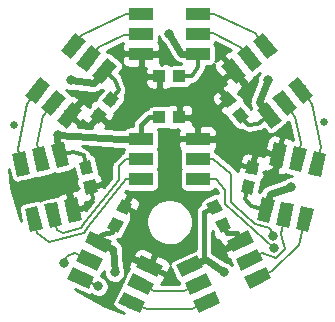
<source format=gbr>
G04 #@! TF.GenerationSoftware,KiCad,Pcbnew,no-vcs-found-5013ea2~58~ubuntu16.04.1*
G04 #@! TF.CreationDate,2017-05-17T13:22:10-06:00*
G04 #@! TF.ProjectId,HiBeam_8-pack_v02,48694265616D5F382D7061636B5F7630,rev?*
G04 #@! TF.FileFunction,Copper,L1,Top,Signal*
G04 #@! TF.FilePolarity,Positive*
%FSLAX46Y46*%
G04 Gerber Fmt 4.6, Leading zero omitted, Abs format (unit mm)*
G04 Created by KiCad (PCBNEW no-vcs-found-5013ea2~58~ubuntu16.04.1) date Wed May 17 13:22:10 2017*
%MOMM*%
%LPD*%
G01*
G04 APERTURE LIST*
%ADD10C,0.100000*%
%ADD11C,1.100000*%
%ADD12R,2.000000X1.100000*%
%ADD13R,1.099820X0.998220*%
%ADD14C,0.998220*%
%ADD15C,0.635000*%
%ADD16C,0.800000*%
%ADD17C,0.406400*%
%ADD18C,0.609600*%
%ADD19C,0.304800*%
%ADD20C,1.016000*%
%ADD21C,0.203200*%
%ADD22C,0.254000*%
G04 APERTURE END LIST*
D10*
D11*
X139187795Y-107856849D03*
D10*
G36*
X140327385Y-107794916D02*
X139850360Y-108786100D01*
X138048205Y-107918782D01*
X138525230Y-106927598D01*
X140327385Y-107794916D01*
X140327385Y-107794916D01*
G37*
D11*
X139925015Y-106325018D03*
D10*
G36*
X141064605Y-106263085D02*
X140587580Y-107254269D01*
X138785425Y-106386951D01*
X139262450Y-105395767D01*
X141064605Y-106263085D01*
X141064605Y-106263085D01*
G37*
D11*
X140662236Y-104793187D03*
D10*
G36*
X141801826Y-104731254D02*
X141324801Y-105722438D01*
X139522646Y-104855120D01*
X139999671Y-103863936D01*
X141801826Y-104731254D01*
X141801826Y-104731254D01*
G37*
D11*
X144987405Y-106874751D03*
D10*
G36*
X143847815Y-106936684D02*
X144324840Y-105945500D01*
X146126995Y-106812818D01*
X145649970Y-107804002D01*
X143847815Y-106936684D01*
X143847815Y-106936684D01*
G37*
D11*
X144250185Y-108406582D03*
D10*
G36*
X143110595Y-108468515D02*
X143587620Y-107477331D01*
X145389775Y-108344649D01*
X144912750Y-109335833D01*
X143110595Y-108468515D01*
X143110595Y-108468515D01*
G37*
D11*
X143512964Y-109938413D03*
D10*
G36*
X142373374Y-110000346D02*
X142850399Y-109009162D01*
X144652554Y-109876480D01*
X144175529Y-110867664D01*
X142373374Y-110000346D01*
X142373374Y-110000346D01*
G37*
D11*
X149857036Y-109913013D03*
D10*
G36*
X150519601Y-108983762D02*
X150996626Y-109974946D01*
X149194471Y-110842264D01*
X148717446Y-109851080D01*
X150519601Y-108983762D01*
X150519601Y-108983762D01*
G37*
D11*
X149119815Y-108381182D03*
D10*
G36*
X149782380Y-107451931D02*
X150259405Y-108443115D01*
X148457250Y-109310433D01*
X147980225Y-108319249D01*
X149782380Y-107451931D01*
X149782380Y-107451931D01*
G37*
D11*
X148382595Y-106849351D03*
D10*
G36*
X149045160Y-105920100D02*
X149522185Y-106911284D01*
X147720030Y-107778602D01*
X147243005Y-106787418D01*
X149045160Y-105920100D01*
X149045160Y-105920100D01*
G37*
D11*
X152707764Y-104767787D03*
D10*
G36*
X152045199Y-105697038D02*
X151568174Y-104705854D01*
X153370329Y-103838536D01*
X153847354Y-104829720D01*
X152045199Y-105697038D01*
X152045199Y-105697038D01*
G37*
D11*
X153444985Y-106299618D03*
D10*
G36*
X152782420Y-107228869D02*
X152305395Y-106237685D01*
X154107550Y-105370367D01*
X154584575Y-106361551D01*
X152782420Y-107228869D01*
X152782420Y-107228869D01*
G37*
D11*
X154182205Y-107831449D03*
D10*
G36*
X153519640Y-108760700D02*
X153042615Y-107769516D01*
X154844770Y-106902198D01*
X155321795Y-107893382D01*
X153519640Y-108760700D01*
X153519640Y-108760700D01*
G37*
D11*
X158148838Y-102869191D03*
D10*
G36*
X157834054Y-101772190D02*
X158906719Y-102015893D01*
X158463622Y-103966192D01*
X157390957Y-103722489D01*
X157834054Y-101772190D01*
X157834054Y-101772190D01*
G37*
D11*
X156491084Y-102492557D03*
D10*
G36*
X156176300Y-101395556D02*
X157248965Y-101639259D01*
X156805868Y-103589558D01*
X155733203Y-103345855D01*
X156176300Y-101395556D01*
X156176300Y-101395556D01*
G37*
D11*
X154833330Y-102115926D03*
D10*
G36*
X154518546Y-101018925D02*
X155591211Y-101262628D01*
X155148114Y-103212927D01*
X154075449Y-102969224D01*
X154518546Y-101018925D01*
X154518546Y-101018925D01*
G37*
D11*
X155896762Y-97435209D03*
D10*
G36*
X156211546Y-98532210D02*
X155138881Y-98288507D01*
X155581978Y-96338208D01*
X156654643Y-96581911D01*
X156211546Y-98532210D01*
X156211546Y-98532210D01*
G37*
D11*
X157554516Y-97811843D03*
D10*
G36*
X157869300Y-98908844D02*
X156796635Y-98665141D01*
X157239732Y-96714842D01*
X158312397Y-96958545D01*
X157869300Y-98908844D01*
X157869300Y-98908844D01*
G37*
D11*
X159212270Y-98188474D03*
D10*
G36*
X159527054Y-99285475D02*
X158454389Y-99041772D01*
X158897486Y-97091473D01*
X159970151Y-97335176D01*
X159527054Y-99285475D01*
X159527054Y-99285475D01*
G37*
D11*
X157789869Y-91980585D03*
D10*
G36*
X156736920Y-91540360D02*
X157597789Y-90855594D01*
X158842818Y-92420810D01*
X157981949Y-93105576D01*
X156736920Y-91540360D01*
X156736920Y-91540360D01*
G37*
D11*
X156459435Y-93038860D03*
D10*
G36*
X155406486Y-92598635D02*
X156267355Y-91913869D01*
X157512384Y-93479085D01*
X156651515Y-94163851D01*
X155406486Y-92598635D01*
X155406486Y-92598635D01*
G37*
D11*
X155129001Y-94097134D03*
D10*
G36*
X154076052Y-93656909D02*
X154936921Y-92972143D01*
X156181950Y-94537359D01*
X155321081Y-95222125D01*
X154076052Y-93656909D01*
X154076052Y-93656909D01*
G37*
D11*
X152140931Y-90340615D03*
D10*
G36*
X153193880Y-90780840D02*
X152333011Y-91465606D01*
X151087982Y-89900390D01*
X151948851Y-89215624D01*
X153193880Y-90780840D01*
X153193880Y-90780840D01*
G37*
D11*
X153471365Y-89282340D03*
D10*
G36*
X154524314Y-89722565D02*
X153663445Y-90407331D01*
X152418416Y-88842115D01*
X153279285Y-88157349D01*
X154524314Y-89722565D01*
X154524314Y-89722565D01*
G37*
D11*
X154801799Y-88224066D03*
D10*
G36*
X155854748Y-88664291D02*
X154993879Y-89349057D01*
X153748850Y-87783841D01*
X154609719Y-87099075D01*
X155854748Y-88664291D01*
X155854748Y-88664291D01*
G37*
D12*
X149085000Y-85472800D03*
X149085000Y-87172800D03*
X149085000Y-88872800D03*
X144285000Y-88872800D03*
X144285000Y-87172800D03*
X144285000Y-85472800D03*
D11*
X138542801Y-88224066D03*
D10*
G36*
X138350721Y-89349057D02*
X137489852Y-88664291D01*
X138734881Y-87099075D01*
X139595750Y-87783841D01*
X138350721Y-89349057D01*
X138350721Y-89349057D01*
G37*
D11*
X139873235Y-89282340D03*
D10*
G36*
X139681155Y-90407331D02*
X138820286Y-89722565D01*
X140065315Y-88157349D01*
X140926184Y-88842115D01*
X139681155Y-90407331D01*
X139681155Y-90407331D01*
G37*
D11*
X141203669Y-90340615D03*
D10*
G36*
X141011589Y-91465606D02*
X140150720Y-90780840D01*
X141395749Y-89215624D01*
X142256618Y-89900390D01*
X141011589Y-91465606D01*
X141011589Y-91465606D01*
G37*
D11*
X138215599Y-94097134D03*
D10*
G36*
X138407679Y-92972143D02*
X139268548Y-93656909D01*
X138023519Y-95222125D01*
X137162650Y-94537359D01*
X138407679Y-92972143D01*
X138407679Y-92972143D01*
G37*
D11*
X136885165Y-93038860D03*
D10*
G36*
X137077245Y-91913869D02*
X137938114Y-92598635D01*
X136693085Y-94163851D01*
X135832216Y-93479085D01*
X137077245Y-91913869D01*
X137077245Y-91913869D01*
G37*
D11*
X135554731Y-91980585D03*
D10*
G36*
X135746811Y-90855594D02*
X136607680Y-91540360D01*
X135362651Y-93105576D01*
X134501782Y-92420810D01*
X135746811Y-90855594D01*
X135746811Y-90855594D01*
G37*
D11*
X134132330Y-98188474D03*
D10*
G36*
X134890211Y-99041772D02*
X133817546Y-99285475D01*
X133374449Y-97335176D01*
X134447114Y-97091473D01*
X134890211Y-99041772D01*
X134890211Y-99041772D01*
G37*
D11*
X135790084Y-97811843D03*
D10*
G36*
X136547965Y-98665141D02*
X135475300Y-98908844D01*
X135032203Y-96958545D01*
X136104868Y-96714842D01*
X136547965Y-98665141D01*
X136547965Y-98665141D01*
G37*
D11*
X137447838Y-97435209D03*
D10*
G36*
X138205719Y-98288507D02*
X137133054Y-98532210D01*
X136689957Y-96581911D01*
X137762622Y-96338208D01*
X138205719Y-98288507D01*
X138205719Y-98288507D01*
G37*
D11*
X138511270Y-102115926D03*
D10*
G36*
X137753389Y-101262628D02*
X138826054Y-101018925D01*
X139269151Y-102969224D01*
X138196486Y-103212927D01*
X137753389Y-101262628D01*
X137753389Y-101262628D01*
G37*
D11*
X136853516Y-102492557D03*
D10*
G36*
X136095635Y-101639259D02*
X137168300Y-101395556D01*
X137611397Y-103345855D01*
X136538732Y-103589558D01*
X136095635Y-101639259D01*
X136095635Y-101639259D01*
G37*
D11*
X135195762Y-102869191D03*
D10*
G36*
X134437881Y-102015893D02*
X135510546Y-101772190D01*
X135953643Y-103722489D01*
X134880978Y-103966192D01*
X134437881Y-102015893D01*
X134437881Y-102015893D01*
G37*
D12*
X144285000Y-99490000D03*
X144285000Y-97790000D03*
X144285000Y-96090000D03*
X149085000Y-96090000D03*
X149085000Y-97790000D03*
X149085000Y-99490000D03*
D13*
X147533360Y-94234000D03*
X145836640Y-94234000D03*
D14*
X140014953Y-100166678D03*
D10*
G36*
X139406414Y-99741011D02*
X140379828Y-99519857D01*
X140623492Y-100592345D01*
X139650078Y-100813499D01*
X139406414Y-99741011D01*
X139406414Y-99741011D01*
G37*
D14*
X139639047Y-98512122D03*
D10*
G36*
X139030508Y-98086455D02*
X140003922Y-97865301D01*
X140247586Y-98937789D01*
X139274172Y-99158943D01*
X139030508Y-98086455D01*
X139030508Y-98086455D01*
G37*
D14*
X140670483Y-94085133D03*
D10*
G36*
X140622202Y-93344066D02*
X141403418Y-93965472D01*
X140718764Y-94826200D01*
X139937548Y-94204794D01*
X140622202Y-93344066D01*
X140622202Y-93344066D01*
G37*
D14*
X141726717Y-92757267D03*
D10*
G36*
X141678436Y-92016200D02*
X142459652Y-92637606D01*
X141774998Y-93498334D01*
X140993782Y-92876928D01*
X141678436Y-92016200D01*
X141678436Y-92016200D01*
G37*
D13*
X145836640Y-90779600D03*
X147533360Y-90779600D03*
D14*
X151643283Y-92757267D03*
D10*
G36*
X152376218Y-92876928D02*
X151595002Y-93498334D01*
X150910348Y-92637606D01*
X151691564Y-92016200D01*
X152376218Y-92876928D01*
X152376218Y-92876928D01*
G37*
D14*
X152699517Y-94085133D03*
D10*
G36*
X153432452Y-94204794D02*
X152651236Y-94826200D01*
X151966582Y-93965472D01*
X152747798Y-93344066D01*
X153432452Y-94204794D01*
X153432452Y-94204794D01*
G37*
D14*
X153705553Y-98512122D03*
D10*
G36*
X154070428Y-99158943D02*
X153097014Y-98937789D01*
X153340678Y-97865301D01*
X154314092Y-98086455D01*
X154070428Y-99158943D01*
X154070428Y-99158943D01*
G37*
D14*
X153329647Y-100166678D03*
D10*
G36*
X153694522Y-100813499D02*
X152721108Y-100592345D01*
X152964772Y-99519857D01*
X153938186Y-99741011D01*
X153694522Y-100813499D01*
X153694522Y-100813499D01*
G37*
D14*
X151243899Y-103380438D03*
D10*
G36*
X150555689Y-103101370D02*
X151455162Y-102668483D01*
X151932109Y-103659506D01*
X151032636Y-104092393D01*
X150555689Y-103101370D01*
X150555689Y-103101370D01*
G37*
D14*
X150508101Y-101851562D03*
D10*
G36*
X149819891Y-101572494D02*
X150719364Y-101139607D01*
X151196311Y-102130630D01*
X150296838Y-102563517D01*
X149819891Y-101572494D01*
X149819891Y-101572494D01*
G37*
D14*
X142861899Y-101851562D03*
D10*
G36*
X143073162Y-102563517D02*
X142173689Y-102130630D01*
X142650636Y-101139607D01*
X143550109Y-101572494D01*
X143073162Y-102563517D01*
X143073162Y-102563517D01*
G37*
D14*
X142126101Y-103380438D03*
D10*
G36*
X142337364Y-104092393D02*
X141437891Y-103659506D01*
X141914838Y-102668483D01*
X142814311Y-103101370D01*
X142337364Y-104092393D01*
X142337364Y-104092393D01*
G37*
D15*
X133553200Y-94894400D03*
X159766000Y-94615000D03*
D16*
X137236200Y-95783400D03*
X142062200Y-107365800D03*
X151282400Y-107340400D03*
X157022800Y-100152200D03*
X155016200Y-91135200D03*
X146685000Y-87172800D03*
X138353800Y-91135200D03*
X134264400Y-100101400D03*
X150825200Y-96062800D03*
X138074400Y-99669600D03*
X143408400Y-105841800D03*
X150952200Y-105257600D03*
X155270200Y-99034600D03*
X153085800Y-91922600D03*
X146151600Y-89103200D03*
X139598400Y-92710000D03*
X155422600Y-104267000D03*
X155524200Y-105308400D03*
X137769600Y-106578400D03*
X140639800Y-108559600D03*
D17*
X149619135Y-106301539D02*
X149631400Y-102285800D01*
X149631400Y-102285800D02*
X150508101Y-101851562D01*
X142126101Y-103380438D02*
X141833600Y-103987600D01*
X141833600Y-103987600D02*
X141097000Y-104165400D01*
X141097000Y-104165400D02*
X140919200Y-104216200D01*
X140919200Y-104216200D02*
X140662236Y-104793187D01*
D18*
X144285000Y-96090000D02*
X142544800Y-96088200D01*
X142544800Y-96088200D02*
X137236200Y-95783400D01*
X137447838Y-97435209D02*
X137134600Y-96062800D01*
X137134600Y-96062800D02*
X137236200Y-95783400D01*
D17*
X144285000Y-96090000D02*
X144285000Y-94906800D01*
X144285000Y-94906800D02*
X144957800Y-94234000D01*
X144957800Y-94234000D02*
X145836640Y-94234000D01*
D18*
X140662236Y-104793187D02*
X141935200Y-105410000D01*
X141935200Y-105410000D02*
X142062200Y-107365800D01*
X148382595Y-106849351D02*
X149619135Y-106301539D01*
X149619135Y-106301539D02*
X149682200Y-106273600D01*
X149682200Y-106273600D02*
X151282400Y-107340400D01*
X154833330Y-102115926D02*
X155168600Y-100761800D01*
X155168600Y-100761800D02*
X157022800Y-100152200D01*
X155129001Y-94097134D02*
X154279600Y-92989400D01*
X154279600Y-92989400D02*
X155016200Y-91135200D01*
X149085000Y-88872800D02*
X147701000Y-88874600D01*
X147701000Y-88874600D02*
X146685000Y-87172800D01*
X141203669Y-90340615D02*
X140284200Y-91389200D01*
X140284200Y-91389200D02*
X138353800Y-91135200D01*
D19*
X137447838Y-97435209D02*
X138557000Y-97155000D01*
X138557000Y-97155000D02*
X139420600Y-97485200D01*
X139420600Y-97485200D02*
X139639047Y-98512122D01*
X141203669Y-90340615D02*
X142087600Y-91059000D01*
X142087600Y-91059000D02*
X142392400Y-91948000D01*
X142392400Y-91948000D02*
X141726717Y-92757267D01*
X149085000Y-88872800D02*
X149098000Y-90017600D01*
X149098000Y-90017600D02*
X148590000Y-90779600D01*
X148590000Y-90779600D02*
X147533360Y-90779600D01*
X155129001Y-94097134D02*
X154228800Y-94792800D01*
X154228800Y-94792800D02*
X153365200Y-94894400D01*
X153365200Y-94894400D02*
X152699517Y-94085133D01*
X154833330Y-102115926D02*
X153568400Y-101803200D01*
X153568400Y-101803200D02*
X153085800Y-101193600D01*
X153085800Y-101193600D02*
X153329647Y-100166678D01*
D17*
X151243899Y-103380438D02*
X151561800Y-104038400D01*
X151561800Y-104038400D02*
X152400000Y-104089200D01*
X152400000Y-104089200D02*
X152707764Y-104767787D01*
D20*
X134264400Y-100101400D02*
X138074400Y-99669600D01*
D17*
X142861899Y-101851562D02*
X143535400Y-102184200D01*
X143535400Y-102184200D02*
X143535400Y-105232200D01*
X143535400Y-105232200D02*
X143408400Y-105841800D01*
D18*
X149085000Y-96090000D02*
X150825200Y-96062800D01*
X138511270Y-102115926D02*
X138176000Y-100660200D01*
X138176000Y-100660200D02*
X138074400Y-99669600D01*
X144987405Y-106874751D02*
X143560800Y-106197400D01*
X143560800Y-106197400D02*
X143408400Y-105841800D01*
D17*
X149085000Y-96090000D02*
X149085000Y-94957600D01*
X149085000Y-94957600D02*
X148361400Y-94234000D01*
X148361400Y-94234000D02*
X147533360Y-94234000D01*
D18*
X152707764Y-104767787D02*
X151434800Y-105384600D01*
X151434800Y-105384600D02*
X150952200Y-105257600D01*
X155896762Y-97435209D02*
X155600400Y-98806000D01*
X155600400Y-98806000D02*
X155270200Y-99034600D01*
X152140931Y-90340615D02*
X153060400Y-91414600D01*
X153060400Y-91414600D02*
X153085800Y-91948000D01*
X153085800Y-91948000D02*
X153085800Y-91922600D01*
X144285000Y-88872800D02*
X145694400Y-88874600D01*
X145694400Y-88874600D02*
X146151600Y-89103200D01*
X138215599Y-94097134D02*
X139090400Y-92989400D01*
X139090400Y-92989400D02*
X139623800Y-92684600D01*
X139623800Y-92684600D02*
X139598400Y-92710000D01*
D19*
X138511270Y-102115926D02*
X139623800Y-101854000D01*
X139623800Y-101854000D02*
X140233400Y-101193600D01*
X140233400Y-101193600D02*
X140014953Y-100166678D01*
X144285000Y-88872800D02*
X144272000Y-90017600D01*
X144272000Y-90017600D02*
X144780000Y-90779600D01*
X144780000Y-90779600D02*
X145836640Y-90779600D01*
X152140931Y-90340615D02*
X151206200Y-91008200D01*
X151206200Y-91008200D02*
X151003000Y-91897200D01*
X151003000Y-91897200D02*
X151643283Y-92757267D01*
X155896762Y-97435209D02*
X154787600Y-97180400D01*
X154787600Y-97180400D02*
X153974800Y-97485200D01*
X153974800Y-97485200D02*
X153705553Y-98512122D01*
X138215599Y-94097134D02*
X138938000Y-94742000D01*
X138938000Y-94742000D02*
X139954000Y-94869000D01*
X139954000Y-94869000D02*
X140670483Y-94085133D01*
D21*
X149085000Y-97790000D02*
X150418800Y-97790000D01*
X150418800Y-97790000D02*
X151917400Y-99085400D01*
X151917400Y-99085400D02*
X151917400Y-101396800D01*
X151917400Y-101396800D02*
X152171400Y-101650800D01*
X155422600Y-104267000D02*
X155168600Y-103632000D01*
X155168600Y-103632000D02*
X153898600Y-103276400D01*
X153898600Y-103276400D02*
X152171400Y-101650800D01*
X151434800Y-101625400D02*
X155524200Y-105308400D01*
X149085000Y-99490000D02*
X150594800Y-99490000D01*
X150594800Y-99490000D02*
X151434800Y-100380800D01*
X151434800Y-100380800D02*
X151434800Y-101625400D01*
X139925015Y-106325018D02*
X138734800Y-105765600D01*
X138734800Y-105765600D02*
X138023600Y-105994200D01*
X138023600Y-105994200D02*
X137769600Y-106578400D01*
X139187795Y-107856849D02*
X140639800Y-108559600D01*
X135195762Y-102869191D02*
X135483600Y-104089200D01*
X135483600Y-104089200D02*
X136525000Y-104775000D01*
X136525000Y-104775000D02*
X139446000Y-104013000D01*
X139446000Y-104013000D02*
X139827000Y-103505000D01*
X144285000Y-99490000D02*
X142976600Y-99517200D01*
X142976600Y-99517200D02*
X139827000Y-103505000D01*
X136853516Y-102492558D02*
X137160000Y-103759000D01*
X137160000Y-103759000D02*
X137668000Y-104013000D01*
X137668000Y-104013000D02*
X139192000Y-103632000D01*
X139192000Y-103632000D02*
X139573000Y-103124000D01*
X144285000Y-97790000D02*
X143002000Y-97790000D01*
X143002000Y-97790000D02*
X142392817Y-98375654D01*
X142392817Y-98375654D02*
X142392400Y-99568000D01*
X142392400Y-99568000D02*
X139573000Y-103124000D01*
X136885165Y-93038860D02*
X136017000Y-94107000D01*
X136017000Y-94107000D02*
X135509000Y-96520000D01*
X135509000Y-96520000D02*
X135790084Y-97811842D01*
X135554731Y-91980585D02*
X134620000Y-93091000D01*
X134620000Y-93091000D02*
X133858000Y-96901000D01*
X133858000Y-96901000D02*
X134132330Y-98188474D01*
X144285000Y-85472800D02*
X143002000Y-85471000D01*
X143002000Y-85471000D02*
X139319000Y-87249000D01*
X139319000Y-87249000D02*
X138542801Y-88224066D01*
X144285000Y-87172800D02*
X142875000Y-87249000D01*
X142875000Y-87249000D02*
X140716000Y-88265000D01*
X140716000Y-88265000D02*
X139873235Y-89282340D01*
X153471365Y-89282340D02*
X152654000Y-88265000D01*
X152654000Y-88265000D02*
X150368000Y-87122000D01*
X150368000Y-87122000D02*
X149085000Y-87172800D01*
X154801799Y-88224066D02*
X153924000Y-87122000D01*
X153924000Y-87122000D02*
X150495000Y-85471000D01*
X150495000Y-85471000D02*
X149085000Y-85472800D01*
X159212270Y-98188474D02*
X159512000Y-96774000D01*
X159512000Y-96774000D02*
X158750000Y-93091000D01*
X158750000Y-93091000D02*
X157789869Y-91980585D01*
X157554516Y-97811842D02*
X157861000Y-96393000D01*
X157861000Y-96393000D02*
X157353000Y-94234000D01*
X157353000Y-94234000D02*
X156459435Y-93038860D01*
X153444985Y-106299618D02*
X154508200Y-105765600D01*
X154508200Y-105765600D02*
X155752800Y-106172000D01*
X155752800Y-106172000D02*
X156514800Y-105410000D01*
X156514800Y-105410000D02*
X156133800Y-104140000D01*
X156133800Y-104140000D02*
X156491084Y-102492558D01*
X154182205Y-107831449D02*
X155346400Y-107264200D01*
X155346400Y-107264200D02*
X157632400Y-105054400D01*
X157632400Y-105054400D02*
X158148838Y-102869191D01*
X143512964Y-109938413D02*
X144780000Y-110490000D01*
X144780000Y-110490000D02*
X148590000Y-110490000D01*
X148590000Y-110490000D02*
X149857036Y-109913013D01*
X144250185Y-108406582D02*
X145415000Y-108966000D01*
X145415000Y-108966000D02*
X147955000Y-108966000D01*
X147955000Y-108966000D02*
X149119815Y-108381182D01*
D22*
G36*
X145807952Y-87424290D02*
X145873503Y-87589853D01*
X145969964Y-87739531D01*
X146093660Y-87867622D01*
X146195402Y-87938335D01*
X147003112Y-89291249D01*
X147013407Y-89305193D01*
X147021457Y-89320543D01*
X147060444Y-89368904D01*
X147097332Y-89418868D01*
X147110137Y-89430545D01*
X147121017Y-89444041D01*
X147168651Y-89483905D01*
X147214544Y-89525756D01*
X147229376Y-89534725D01*
X147242668Y-89545849D01*
X147297137Y-89575702D01*
X147350285Y-89607841D01*
X147366575Y-89613758D01*
X147381776Y-89622089D01*
X147441001Y-89640792D01*
X147499385Y-89661998D01*
X147516519Y-89664639D01*
X147533043Y-89669857D01*
X147594762Y-89676699D01*
X147649181Y-89685087D01*
X147660571Y-89706395D01*
X147712797Y-89770033D01*
X146983450Y-89770033D01*
X146883865Y-89779841D01*
X146807187Y-89803101D01*
X146791339Y-89787253D01*
X146687335Y-89717760D01*
X146571773Y-89669893D01*
X146449092Y-89645490D01*
X146122390Y-89645490D01*
X145963642Y-89804238D01*
X145963642Y-89645490D01*
X145880078Y-89645490D01*
X145895597Y-89608023D01*
X145920000Y-89485342D01*
X145920000Y-89158550D01*
X145761250Y-88999800D01*
X144412000Y-88999800D01*
X144412000Y-89899050D01*
X144570750Y-90057800D01*
X144691652Y-90057800D01*
X144676133Y-90095267D01*
X144651730Y-90217948D01*
X144651730Y-90493850D01*
X144810480Y-90652600D01*
X145709640Y-90652600D01*
X145709640Y-90632600D01*
X145963640Y-90632600D01*
X145963640Y-90652600D01*
X145983640Y-90652600D01*
X145983640Y-90906600D01*
X145963640Y-90906600D01*
X145963640Y-91754960D01*
X146122390Y-91913710D01*
X146449092Y-91913710D01*
X146571773Y-91889307D01*
X146687335Y-91841440D01*
X146791339Y-91771947D01*
X146807187Y-91756099D01*
X146883865Y-91779359D01*
X146983450Y-91789167D01*
X148083270Y-91789167D01*
X148182855Y-91779359D01*
X148278613Y-91750311D01*
X148366865Y-91703139D01*
X148444218Y-91639658D01*
X148507699Y-91562305D01*
X148554871Y-91474053D01*
X148565201Y-91440000D01*
X148590000Y-91440000D01*
X148651289Y-91433991D01*
X148712727Y-91428497D01*
X148715453Y-91427699D01*
X148718272Y-91427423D01*
X148777237Y-91409620D01*
X148836428Y-91392300D01*
X148838944Y-91390990D01*
X148841659Y-91390170D01*
X148896055Y-91361247D01*
X148950742Y-91332767D01*
X148952957Y-91330992D01*
X148955460Y-91329661D01*
X149003177Y-91290744D01*
X149051316Y-91252164D01*
X149053145Y-91249991D01*
X149055340Y-91248201D01*
X149094563Y-91200788D01*
X149134318Y-91153561D01*
X149137398Y-91149009D01*
X149137496Y-91148891D01*
X149137567Y-91148760D01*
X149139486Y-91145924D01*
X149647486Y-90383924D01*
X149678064Y-90326634D01*
X149707912Y-90270850D01*
X149708012Y-90270523D01*
X149708174Y-90270219D01*
X149726790Y-90208907D01*
X149745486Y-90147561D01*
X149745521Y-90147217D01*
X149745620Y-90146890D01*
X149751937Y-90083495D01*
X149758398Y-90019323D01*
X149758395Y-90018677D01*
X149758399Y-90018638D01*
X149758395Y-90018594D01*
X149758357Y-90010101D01*
X149757484Y-89933257D01*
X150085000Y-89933257D01*
X150184585Y-89923449D01*
X150280343Y-89894401D01*
X150368595Y-89847229D01*
X150445948Y-89783748D01*
X150466656Y-89758514D01*
X150464143Y-89766366D01*
X150449984Y-89890646D01*
X150460342Y-90015301D01*
X150494820Y-90135538D01*
X150552092Y-90246741D01*
X151035657Y-90854665D01*
X151258720Y-90880079D01*
X151962480Y-90320283D01*
X151122553Y-89264349D01*
X150899489Y-89238934D01*
X150741631Y-89364500D01*
X150643739Y-89442367D01*
X150586919Y-89509485D01*
X150595457Y-89422800D01*
X150595457Y-88322800D01*
X150585649Y-88223215D01*
X150556601Y-88127457D01*
X150509429Y-88039205D01*
X150495966Y-88022800D01*
X150509429Y-88006395D01*
X150556601Y-87918143D01*
X150561945Y-87900526D01*
X151922193Y-88580650D01*
X151833940Y-88587984D01*
X151713702Y-88622462D01*
X151602500Y-88679734D01*
X151504608Y-88757601D01*
X151346750Y-88883167D01*
X151321335Y-89106230D01*
X152161263Y-90162164D01*
X152176915Y-90149714D01*
X152335034Y-90348497D01*
X152319382Y-90360947D01*
X153159309Y-91416881D01*
X153382373Y-91442296D01*
X153540231Y-91316730D01*
X153638123Y-91238863D01*
X153718943Y-91143394D01*
X153779585Y-91033994D01*
X153817719Y-90914864D01*
X153820372Y-90891582D01*
X153897170Y-90861136D01*
X153981212Y-90806819D01*
X154367394Y-90499636D01*
X154317266Y-90548725D01*
X154216664Y-90695651D01*
X154146516Y-90859320D01*
X154109493Y-91033497D01*
X154107007Y-91211547D01*
X154108358Y-91218908D01*
X153524223Y-92689319D01*
X153519603Y-92705361D01*
X153512570Y-92720499D01*
X153497689Y-92781453D01*
X153480323Y-92841754D01*
X153478907Y-92858388D01*
X153474948Y-92874604D01*
X153472190Y-92937288D01*
X153466867Y-92999813D01*
X153468709Y-93016405D01*
X153467975Y-93033082D01*
X153477445Y-93095107D01*
X153484368Y-93157476D01*
X153489398Y-93173396D01*
X153491917Y-93189895D01*
X153513252Y-93248896D01*
X153532159Y-93308736D01*
X153540185Y-93323375D01*
X153545861Y-93339072D01*
X153578249Y-93392803D01*
X153608419Y-93447833D01*
X153611440Y-93451442D01*
X153589895Y-93501289D01*
X153576118Y-93565415D01*
X153147286Y-93026299D01*
X153077617Y-92954469D01*
X153011679Y-92908938D01*
X153014216Y-92886672D01*
X153003858Y-92762017D01*
X152969380Y-92641779D01*
X152912107Y-92530577D01*
X152708730Y-92274897D01*
X152485670Y-92249482D01*
X152609907Y-92150660D01*
X152542635Y-92066087D01*
X152568160Y-92058768D01*
X152679362Y-92001496D01*
X152777254Y-91923629D01*
X152935112Y-91798063D01*
X152960527Y-91575000D01*
X152120599Y-90519066D01*
X151416839Y-91078862D01*
X151391424Y-91301925D01*
X151481939Y-91415718D01*
X151456415Y-91423037D01*
X151345213Y-91480310D01*
X151247321Y-91558177D01*
X151129289Y-91652063D01*
X151103875Y-91875126D01*
X151663615Y-92578816D01*
X151679267Y-92566366D01*
X151837386Y-92765149D01*
X151821734Y-92777599D01*
X151834184Y-92793251D01*
X151635401Y-92951370D01*
X151622951Y-92935718D01*
X150959018Y-93463834D01*
X150933603Y-93686897D01*
X151136980Y-93942577D01*
X151232448Y-94023397D01*
X151341848Y-94084039D01*
X151460978Y-94122173D01*
X151483248Y-94124710D01*
X151512777Y-94199197D01*
X151567094Y-94283239D01*
X152251748Y-95143967D01*
X152321417Y-95215797D01*
X152403761Y-95272656D01*
X152495615Y-95312357D01*
X152593450Y-95333376D01*
X152693506Y-95334904D01*
X152791937Y-95316883D01*
X152841458Y-95297251D01*
X152855178Y-95313931D01*
X152857104Y-95315854D01*
X152858637Y-95318101D01*
X152902723Y-95361409D01*
X152946379Y-95405004D01*
X152948637Y-95406513D01*
X152950581Y-95408423D01*
X153002251Y-95442351D01*
X153053533Y-95476630D01*
X153056044Y-95477673D01*
X153058319Y-95479167D01*
X153115547Y-95502393D01*
X153172557Y-95526078D01*
X153175224Y-95526614D01*
X153177745Y-95527637D01*
X153238410Y-95539308D01*
X153298919Y-95551465D01*
X153301637Y-95551473D01*
X153304311Y-95551987D01*
X153366125Y-95551653D01*
X153427806Y-95551825D01*
X153430473Y-95551305D01*
X153433197Y-95551290D01*
X153442362Y-95550277D01*
X154305962Y-95448677D01*
X154349793Y-95439112D01*
X154394112Y-95432175D01*
X154412627Y-95425401D01*
X154431886Y-95421198D01*
X154473018Y-95403305D01*
X154515152Y-95387889D01*
X154531999Y-95377647D01*
X154550075Y-95369784D01*
X154586947Y-95344243D01*
X154625285Y-95320937D01*
X154632620Y-95315349D01*
X154700969Y-95262530D01*
X154921593Y-95539892D01*
X154991262Y-95611722D01*
X155073606Y-95668581D01*
X155165461Y-95708282D01*
X155263296Y-95729301D01*
X155363351Y-95730829D01*
X155461782Y-95712808D01*
X155554806Y-95675930D01*
X155638848Y-95621613D01*
X156499717Y-94936847D01*
X156571547Y-94867178D01*
X156628406Y-94784833D01*
X156668107Y-94692979D01*
X156672565Y-94672231D01*
X156693785Y-94672555D01*
X156792216Y-94654534D01*
X156822845Y-94642392D01*
X157191457Y-96208995D01*
X157171136Y-96210443D01*
X157158648Y-96190612D01*
X157072625Y-96099804D01*
X156970540Y-96027524D01*
X156856314Y-95976548D01*
X156734338Y-95948835D01*
X156537643Y-95904147D01*
X156347667Y-96023781D01*
X156048743Y-97339502D01*
X156068246Y-97343933D01*
X156011972Y-97591621D01*
X155992469Y-97587190D01*
X155693545Y-98902910D01*
X155813179Y-99092886D01*
X156009875Y-99137574D01*
X156131850Y-99165286D01*
X156256889Y-99168669D01*
X156380184Y-99147594D01*
X156496999Y-99102870D01*
X156516827Y-99090384D01*
X156588607Y-99131285D01*
X156683544Y-99162913D01*
X157041642Y-99244271D01*
X156940107Y-99243562D01*
X156765194Y-99276929D01*
X156600092Y-99343634D01*
X156451091Y-99441137D01*
X156384340Y-99506505D01*
X154914745Y-99989659D01*
X154907613Y-99992805D01*
X154900043Y-99994649D01*
X154835116Y-100024779D01*
X154769604Y-100053672D01*
X154763219Y-100058142D01*
X154756150Y-100061423D01*
X154698299Y-100103599D01*
X154639660Y-100144657D01*
X154634266Y-100150281D01*
X154627968Y-100154873D01*
X154579402Y-100207492D01*
X154529863Y-100259149D01*
X154525665Y-100265713D01*
X154520378Y-100271441D01*
X154482970Y-100332471D01*
X154444395Y-100392786D01*
X154441550Y-100400046D01*
X154437479Y-100406687D01*
X154412642Y-100473806D01*
X154391825Y-100526923D01*
X154336030Y-100542213D01*
X154272390Y-100574047D01*
X154435958Y-99854102D01*
X154448456Y-99754818D01*
X154442762Y-99674892D01*
X154461727Y-99662949D01*
X154552535Y-99576926D01*
X154624815Y-99474840D01*
X154675792Y-99360615D01*
X154748172Y-99042031D01*
X154628539Y-98852058D01*
X154783343Y-98887228D01*
X154797513Y-98824859D01*
X154822984Y-98842894D01*
X154937210Y-98893870D01*
X155059186Y-98921583D01*
X155255881Y-98966271D01*
X155445857Y-98846637D01*
X155744781Y-97530916D01*
X154867878Y-97331689D01*
X154677903Y-97451323D01*
X154655461Y-97550102D01*
X154629988Y-97532067D01*
X154515763Y-97481091D01*
X154393787Y-97453379D01*
X154246717Y-97419965D01*
X154056741Y-97539599D01*
X153857534Y-98416415D01*
X153877037Y-98420846D01*
X153820763Y-98668534D01*
X153801260Y-98664103D01*
X153796829Y-98683606D01*
X153549141Y-98627332D01*
X153553572Y-98607829D01*
X152726295Y-98419876D01*
X152536319Y-98539511D01*
X152470101Y-98830972D01*
X152465493Y-98818555D01*
X152444225Y-98783929D01*
X152425149Y-98748053D01*
X152413157Y-98733349D01*
X152403224Y-98717178D01*
X152375632Y-98687340D01*
X152349954Y-98655855D01*
X152335335Y-98643761D01*
X152322450Y-98629827D01*
X152316050Y-98624216D01*
X151573341Y-97982213D01*
X152662934Y-97982213D01*
X152782568Y-98172188D01*
X153609846Y-98360141D01*
X153809053Y-97483326D01*
X153689419Y-97293350D01*
X153542349Y-97259937D01*
X153420373Y-97232225D01*
X153295335Y-97228841D01*
X153172040Y-97249916D01*
X153055224Y-97294640D01*
X152949379Y-97361295D01*
X152858571Y-97447318D01*
X152786291Y-97549404D01*
X152735314Y-97663629D01*
X152662934Y-97982213D01*
X151573341Y-97982213D01*
X150817450Y-97328816D01*
X150789457Y-97309040D01*
X150763204Y-97287011D01*
X150740988Y-97274797D01*
X150720280Y-97260168D01*
X150688982Y-97246207D01*
X150658947Y-97229695D01*
X150634776Y-97222028D01*
X150611626Y-97211701D01*
X150592235Y-97207281D01*
X150585649Y-97140415D01*
X150561667Y-97061359D01*
X150578237Y-97044789D01*
X150647730Y-96940785D01*
X150667098Y-96894025D01*
X154804517Y-96894025D01*
X154924152Y-97084001D01*
X155801055Y-97283228D01*
X156099979Y-95967508D01*
X155980345Y-95777532D01*
X155783649Y-95732844D01*
X155661674Y-95705132D01*
X155536635Y-95701749D01*
X155413340Y-95722824D01*
X155296525Y-95767548D01*
X155190679Y-95834202D01*
X155099871Y-95920226D01*
X155027591Y-96022311D01*
X154976615Y-96136537D01*
X154804517Y-96894025D01*
X150667098Y-96894025D01*
X150695597Y-96825223D01*
X150720000Y-96702542D01*
X150720000Y-96375750D01*
X150561250Y-96217000D01*
X149212000Y-96217000D01*
X149212000Y-96237000D01*
X148958000Y-96237000D01*
X148958000Y-96217000D01*
X147608750Y-96217000D01*
X147450000Y-96375750D01*
X147450000Y-96702542D01*
X147474403Y-96825223D01*
X147522270Y-96940785D01*
X147591763Y-97044789D01*
X147608333Y-97061359D01*
X147584351Y-97140415D01*
X147574543Y-97240000D01*
X147574543Y-98340000D01*
X147584351Y-98439585D01*
X147613399Y-98535343D01*
X147660571Y-98623595D01*
X147674034Y-98640000D01*
X147660571Y-98656405D01*
X147613399Y-98744657D01*
X147584351Y-98840415D01*
X147574543Y-98940000D01*
X147574543Y-100040000D01*
X147584351Y-100139585D01*
X147613399Y-100235343D01*
X147660571Y-100323595D01*
X147724052Y-100400948D01*
X147801405Y-100464429D01*
X147889657Y-100511601D01*
X147985415Y-100540649D01*
X148085000Y-100550457D01*
X150085000Y-100550457D01*
X150184585Y-100540649D01*
X150280343Y-100511601D01*
X150368595Y-100464429D01*
X150445948Y-100400948D01*
X150509429Y-100323595D01*
X150521565Y-100300891D01*
X150825200Y-100622889D01*
X150825200Y-100642538D01*
X150790847Y-100634180D01*
X150690870Y-100629946D01*
X150591987Y-100645298D01*
X150498000Y-100679646D01*
X149598527Y-101112533D01*
X149513046Y-101164557D01*
X149439358Y-101232258D01*
X149380293Y-101313034D01*
X149338121Y-101403781D01*
X149314464Y-101501011D01*
X149310230Y-101600988D01*
X149317472Y-101647632D01*
X149315736Y-101648492D01*
X149280582Y-101670416D01*
X149243792Y-101689506D01*
X149221816Y-101707065D01*
X149197961Y-101721942D01*
X149167739Y-101750273D01*
X149135353Y-101776149D01*
X149117204Y-101797645D01*
X149096695Y-101816870D01*
X149072550Y-101850533D01*
X149045809Y-101882204D01*
X149032186Y-101906806D01*
X149015795Y-101929658D01*
X148998640Y-101967389D01*
X148978570Y-102003634D01*
X148969986Y-102030411D01*
X148958345Y-102056013D01*
X148948847Y-102096347D01*
X148936196Y-102135809D01*
X148932976Y-102163746D01*
X148926530Y-102191120D01*
X148925048Y-102232533D01*
X148920303Y-102273698D01*
X148920203Y-102283628D01*
X148910598Y-105428417D01*
X148823796Y-105460139D01*
X147021641Y-106327457D01*
X146936160Y-106379481D01*
X146862471Y-106447182D01*
X146803407Y-106527958D01*
X146761235Y-106618705D01*
X146748350Y-106671662D01*
X146746979Y-106661968D01*
X146705637Y-106543914D01*
X146642058Y-106436193D01*
X146558686Y-106342946D01*
X146458723Y-106267756D01*
X145758774Y-105930893D01*
X145546884Y-106005095D01*
X145156916Y-106815389D01*
X146372695Y-107400503D01*
X146584584Y-107326301D01*
X146672057Y-107144546D01*
X146726300Y-107031836D01*
X146753249Y-106927254D01*
X146783044Y-107008782D01*
X147260069Y-107999966D01*
X147312093Y-108085447D01*
X147379794Y-108159135D01*
X147460570Y-108218200D01*
X147479816Y-108227144D01*
X147474798Y-108247766D01*
X147470564Y-108347744D01*
X147471908Y-108356400D01*
X145963340Y-108356400D01*
X146026594Y-108319066D01*
X146119841Y-108235694D01*
X146195032Y-108135731D01*
X146249275Y-108023021D01*
X146336748Y-107841266D01*
X146262545Y-107629377D01*
X145046767Y-107044262D01*
X145038094Y-107062284D01*
X144809221Y-106952135D01*
X144817894Y-106934113D01*
X143602115Y-106348999D01*
X143390226Y-106423201D01*
X143302753Y-106604956D01*
X143248510Y-106717666D01*
X143217297Y-106838794D01*
X143210314Y-106963682D01*
X143227831Y-107087534D01*
X143235576Y-107109650D01*
X143179683Y-107170486D01*
X143127659Y-107255967D01*
X142650634Y-108247151D01*
X142616286Y-108341138D01*
X142600934Y-108440021D01*
X142605168Y-108539998D01*
X142610185Y-108560620D01*
X142590939Y-108569564D01*
X142510163Y-108628628D01*
X142442462Y-108702317D01*
X142390438Y-108787798D01*
X141913413Y-109778982D01*
X141879065Y-109872969D01*
X141863713Y-109971852D01*
X141867947Y-110071829D01*
X141891604Y-110169060D01*
X141933776Y-110259806D01*
X141992841Y-110340582D01*
X142066529Y-110408283D01*
X142152010Y-110460307D01*
X142878397Y-110809893D01*
X141230652Y-110274508D01*
X138909609Y-108977321D01*
X138700097Y-108799013D01*
X139628996Y-109246061D01*
X139722983Y-109280409D01*
X139821865Y-109295761D01*
X139921843Y-109291527D01*
X140019073Y-109267870D01*
X140048321Y-109254278D01*
X140048460Y-109254422D01*
X140194680Y-109356048D01*
X140357855Y-109427337D01*
X140531769Y-109465575D01*
X140709798Y-109469304D01*
X140885161Y-109438383D01*
X141051178Y-109373989D01*
X141201525Y-109278575D01*
X141330477Y-109155776D01*
X141433121Y-109010269D01*
X141505548Y-108847596D01*
X141544999Y-108673953D01*
X141547839Y-108470566D01*
X141513252Y-108295889D01*
X141445395Y-108131257D01*
X141346854Y-107982941D01*
X141221381Y-107856589D01*
X141073756Y-107757015D01*
X140909602Y-107688011D01*
X140867007Y-107679267D01*
X140927816Y-107634803D01*
X140995517Y-107561114D01*
X141047541Y-107475633D01*
X141160355Y-107241223D01*
X141155493Y-107264097D01*
X141153007Y-107442147D01*
X141185152Y-107617290D01*
X141250703Y-107782853D01*
X141347164Y-107932531D01*
X141470860Y-108060622D01*
X141617080Y-108162248D01*
X141780255Y-108233537D01*
X141954169Y-108271775D01*
X142132198Y-108275504D01*
X142307561Y-108244583D01*
X142473578Y-108180189D01*
X142623925Y-108084775D01*
X142752877Y-107961976D01*
X142855521Y-107816469D01*
X142927948Y-107653796D01*
X142967399Y-107480153D01*
X142970239Y-107276766D01*
X142935652Y-107102089D01*
X142867795Y-106937457D01*
X142846851Y-106905933D01*
X142782066Y-105908236D01*
X143638062Y-105908236D01*
X143712265Y-106120125D01*
X144928043Y-106705240D01*
X145318011Y-105894946D01*
X145243808Y-105683057D01*
X144543859Y-105346194D01*
X144422731Y-105314981D01*
X144297843Y-105307998D01*
X144173991Y-105325515D01*
X144055936Y-105366857D01*
X143948216Y-105430436D01*
X143854969Y-105513808D01*
X143779778Y-105613771D01*
X143725535Y-105726481D01*
X143638062Y-105908236D01*
X142782066Y-105908236D01*
X142746292Y-105357332D01*
X142742112Y-105331851D01*
X142741325Y-105306053D01*
X142729302Y-105253759D01*
X142720614Y-105200793D01*
X142711566Y-105176612D01*
X142705782Y-105151455D01*
X142683829Y-105102487D01*
X142665021Y-105052223D01*
X142651451Y-105030264D01*
X142640889Y-105006705D01*
X142609838Y-104962927D01*
X142581629Y-104917280D01*
X142564052Y-104898375D01*
X142549116Y-104877317D01*
X142510156Y-104840407D01*
X142473615Y-104801105D01*
X142452698Y-104785972D01*
X142433959Y-104768219D01*
X142388580Y-104739584D01*
X142345093Y-104708122D01*
X142321634Y-104697340D01*
X142308493Y-104689047D01*
X142307253Y-104659771D01*
X142292595Y-104599527D01*
X142308870Y-104602054D01*
X142408847Y-104597820D01*
X142506077Y-104574163D01*
X142596824Y-104531991D01*
X142677600Y-104472926D01*
X142745301Y-104399238D01*
X142797325Y-104313757D01*
X143274272Y-103322734D01*
X143286411Y-103289517D01*
X144713912Y-103289517D01*
X144783600Y-103669218D01*
X144925712Y-104028151D01*
X145134835Y-104352646D01*
X145403003Y-104630342D01*
X145720001Y-104850662D01*
X146073757Y-105005214D01*
X146450794Y-105088111D01*
X146836752Y-105096195D01*
X147216930Y-105029160D01*
X147576847Y-104889557D01*
X147902794Y-104682705D01*
X148182355Y-104416482D01*
X148404883Y-104101029D01*
X148561900Y-103748362D01*
X148647428Y-103371912D01*
X148653585Y-102930979D01*
X148578602Y-102552288D01*
X148431492Y-102195374D01*
X148217860Y-101873830D01*
X147945841Y-101599906D01*
X147625797Y-101384033D01*
X147269918Y-101234436D01*
X146891760Y-101156811D01*
X146505726Y-101154116D01*
X146126522Y-101226453D01*
X145768589Y-101371067D01*
X145445562Y-101582450D01*
X145169745Y-101852550D01*
X144951643Y-102171079D01*
X144799565Y-102525905D01*
X144719302Y-102903512D01*
X144713912Y-103289517D01*
X143286411Y-103289517D01*
X143308620Y-103228747D01*
X143320913Y-103149568D01*
X143342066Y-103142160D01*
X143449787Y-103078580D01*
X143543033Y-102995208D01*
X143618224Y-102895246D01*
X143759901Y-102600862D01*
X143685699Y-102388973D01*
X142921261Y-102021073D01*
X142912588Y-102039095D01*
X142683715Y-101928946D01*
X142692388Y-101910924D01*
X142674366Y-101902251D01*
X142727329Y-101792200D01*
X143031410Y-101792200D01*
X143795848Y-102160099D01*
X144007738Y-102085896D01*
X144149415Y-101791513D01*
X144180628Y-101670385D01*
X144187610Y-101545497D01*
X144170094Y-101421645D01*
X144128752Y-101303590D01*
X144065172Y-101195869D01*
X143981800Y-101102623D01*
X143881838Y-101027432D01*
X143769127Y-100973189D01*
X143633229Y-100907785D01*
X143421339Y-100981988D01*
X143031410Y-101792200D01*
X142727329Y-101792200D01*
X142784515Y-101673378D01*
X142802537Y-101682051D01*
X143192466Y-100871838D01*
X143118263Y-100659949D01*
X142982365Y-100594545D01*
X142924501Y-100566697D01*
X143004125Y-100465883D01*
X143089657Y-100511601D01*
X143185415Y-100540649D01*
X143285000Y-100550457D01*
X145285000Y-100550457D01*
X145384585Y-100540649D01*
X145480343Y-100511601D01*
X145568595Y-100464429D01*
X145645948Y-100400948D01*
X145709429Y-100323595D01*
X145756601Y-100235343D01*
X145785649Y-100139585D01*
X145795457Y-100040000D01*
X145795457Y-98940000D01*
X145785649Y-98840415D01*
X145756601Y-98744657D01*
X145709429Y-98656405D01*
X145695966Y-98640000D01*
X145709429Y-98623595D01*
X145756601Y-98535343D01*
X145785649Y-98439585D01*
X145795457Y-98340000D01*
X145795457Y-97240000D01*
X145785649Y-97140415D01*
X145756601Y-97044657D01*
X145709429Y-96956405D01*
X145695966Y-96940000D01*
X145709429Y-96923595D01*
X145756601Y-96835343D01*
X145785649Y-96739585D01*
X145795457Y-96640000D01*
X145795457Y-95540000D01*
X145785649Y-95440415D01*
X145756601Y-95344657D01*
X145709429Y-95256405D01*
X145698893Y-95243567D01*
X146386550Y-95243567D01*
X146486135Y-95233759D01*
X146562813Y-95210499D01*
X146578661Y-95226347D01*
X146682665Y-95295840D01*
X146798227Y-95343707D01*
X146920908Y-95368110D01*
X147247610Y-95368110D01*
X147406358Y-95209362D01*
X147406358Y-95368110D01*
X147471751Y-95368110D01*
X147450000Y-95477458D01*
X147450000Y-95804250D01*
X147608750Y-95963000D01*
X148958000Y-95963000D01*
X148958000Y-95063750D01*
X149212000Y-95063750D01*
X149212000Y-95963000D01*
X150561250Y-95963000D01*
X150720000Y-95804250D01*
X150720000Y-95477458D01*
X150695597Y-95354777D01*
X150647730Y-95239215D01*
X150578237Y-95135211D01*
X150489789Y-95046763D01*
X150385785Y-94977270D01*
X150270223Y-94929403D01*
X150147542Y-94905000D01*
X149370750Y-94905000D01*
X149212000Y-95063750D01*
X148958000Y-95063750D01*
X148799250Y-94905000D01*
X148696519Y-94905000D01*
X148718270Y-94795652D01*
X148718270Y-94519750D01*
X148559520Y-94361000D01*
X147660360Y-94361000D01*
X147660360Y-94381000D01*
X147406360Y-94381000D01*
X147406360Y-94361000D01*
X147386360Y-94361000D01*
X147386360Y-94107000D01*
X147406360Y-94107000D01*
X147406360Y-93258640D01*
X147660360Y-93258640D01*
X147660360Y-94107000D01*
X148559520Y-94107000D01*
X148718270Y-93948250D01*
X148718270Y-93672348D01*
X148693867Y-93549667D01*
X148646000Y-93434105D01*
X148576507Y-93330101D01*
X148488059Y-93241653D01*
X148384055Y-93172160D01*
X148268493Y-93124293D01*
X148145812Y-93099890D01*
X147819110Y-93099890D01*
X147660360Y-93258640D01*
X147406360Y-93258640D01*
X147247610Y-93099890D01*
X146920908Y-93099890D01*
X146798227Y-93124293D01*
X146682665Y-93172160D01*
X146578661Y-93241653D01*
X146562813Y-93257501D01*
X146486135Y-93234241D01*
X146386550Y-93224433D01*
X145286730Y-93224433D01*
X145187145Y-93234241D01*
X145091387Y-93263289D01*
X145003135Y-93310461D01*
X144925782Y-93373942D01*
X144862301Y-93451295D01*
X144816298Y-93537360D01*
X144756810Y-93555321D01*
X144693683Y-93573661D01*
X144690362Y-93575382D01*
X144686783Y-93576463D01*
X144628788Y-93607299D01*
X144570453Y-93637537D01*
X144567530Y-93639870D01*
X144564228Y-93641626D01*
X144513313Y-93683151D01*
X144461976Y-93724133D01*
X144456776Y-93729262D01*
X144456664Y-93729353D01*
X144456578Y-93729457D01*
X144454906Y-93731106D01*
X143782106Y-94403906D01*
X143740442Y-94454628D01*
X143698179Y-94504995D01*
X143696377Y-94508274D01*
X143694004Y-94511162D01*
X143662960Y-94569058D01*
X143631311Y-94626629D01*
X143630181Y-94630192D01*
X143628413Y-94633489D01*
X143609208Y-94696304D01*
X143589341Y-94758933D01*
X143588924Y-94762651D01*
X143587831Y-94766226D01*
X143581193Y-94831572D01*
X143573869Y-94896870D01*
X143573818Y-94904177D01*
X143573804Y-94904317D01*
X143573816Y-94904448D01*
X143573800Y-94906800D01*
X143573800Y-95029543D01*
X143285000Y-95029543D01*
X143185415Y-95039351D01*
X143089657Y-95068399D01*
X143001405Y-95115571D01*
X142924052Y-95179052D01*
X142860571Y-95256405D01*
X142850249Y-95275715D01*
X142568535Y-95275424D01*
X141233784Y-95198787D01*
X141380163Y-95014763D01*
X141354748Y-94791700D01*
X140690815Y-94263584D01*
X140131075Y-94967274D01*
X140150365Y-95136581D01*
X138957435Y-95068088D01*
X138965106Y-95058444D01*
X138939691Y-94835381D01*
X138235931Y-94275585D01*
X138223481Y-94291237D01*
X138024698Y-94133118D01*
X138037148Y-94117466D01*
X138021496Y-94105016D01*
X138179615Y-93906233D01*
X138195267Y-93918683D01*
X139035195Y-92862749D01*
X139009780Y-92639686D01*
X138851922Y-92514120D01*
X138754030Y-92436253D01*
X138642828Y-92378981D01*
X138522590Y-92344503D01*
X138397935Y-92334144D01*
X138374652Y-92336797D01*
X138327711Y-92268816D01*
X138255881Y-92199147D01*
X137932881Y-91942221D01*
X138071855Y-92002937D01*
X138245769Y-92041175D01*
X138423798Y-92044904D01*
X138599161Y-92013983D01*
X138650547Y-91994051D01*
X140178167Y-92195054D01*
X140253555Y-92197549D01*
X140328914Y-92200769D01*
X140332790Y-92200172D01*
X140336711Y-92200302D01*
X140411143Y-92188108D01*
X140485697Y-92176628D01*
X140489385Y-92175289D01*
X140493255Y-92174655D01*
X140563906Y-92148234D01*
X140634805Y-92122494D01*
X140638161Y-92120465D01*
X140641836Y-92119091D01*
X140706047Y-92079427D01*
X140770558Y-92040429D01*
X140773455Y-92037788D01*
X140776795Y-92035725D01*
X140832078Y-91984346D01*
X140865289Y-91954069D01*
X140870888Y-91956289D01*
X140969319Y-91974310D01*
X141060615Y-91972916D01*
X140594294Y-92559161D01*
X140539977Y-92643204D01*
X140510448Y-92717690D01*
X140488178Y-92720227D01*
X140369048Y-92758361D01*
X140259648Y-92819003D01*
X140164180Y-92899823D01*
X139960803Y-93155503D01*
X139986218Y-93378563D01*
X139861980Y-93279740D01*
X139816915Y-93336395D01*
X139793611Y-93294355D01*
X139712791Y-93198886D01*
X139614899Y-93121019D01*
X139457041Y-92995453D01*
X139233977Y-93020868D01*
X138394050Y-94076802D01*
X139097810Y-94636598D01*
X139320873Y-94611184D01*
X139389182Y-94525307D01*
X139412486Y-94567348D01*
X139493306Y-94662817D01*
X139591198Y-94740683D01*
X139709229Y-94834570D01*
X139932292Y-94809155D01*
X140492032Y-94105465D01*
X140476380Y-94093015D01*
X140634499Y-93894232D01*
X140650151Y-93906682D01*
X140662601Y-93891030D01*
X140861384Y-94049149D01*
X140848934Y-94064801D01*
X141512867Y-94592918D01*
X141735930Y-94567503D01*
X141939307Y-94311823D01*
X141996580Y-94200621D01*
X142031058Y-94080383D01*
X142041416Y-93955728D01*
X142038879Y-93933461D01*
X142104816Y-93887931D01*
X142174486Y-93816101D01*
X142859140Y-92955373D01*
X142913457Y-92871330D01*
X142950335Y-92778307D01*
X142968356Y-92679876D01*
X142967562Y-92627862D01*
X150272350Y-92627862D01*
X150282708Y-92752517D01*
X150317186Y-92872755D01*
X150374459Y-92983957D01*
X150577836Y-93239637D01*
X150800899Y-93265052D01*
X151464832Y-92736935D01*
X150905092Y-92033245D01*
X150682029Y-92007830D01*
X150563998Y-92101717D01*
X150466106Y-92179583D01*
X150385286Y-92275052D01*
X150324644Y-92384452D01*
X150286510Y-92503582D01*
X150272350Y-92627862D01*
X142967562Y-92627862D01*
X142966828Y-92579820D01*
X142945809Y-92481985D01*
X142906108Y-92390131D01*
X142895942Y-92375408D01*
X142902421Y-92367531D01*
X142907457Y-92360019D01*
X142913686Y-92353450D01*
X142943318Y-92306532D01*
X142974195Y-92260478D01*
X142977677Y-92252129D01*
X142982510Y-92244477D01*
X143002456Y-92192718D01*
X143023809Y-92141522D01*
X143025604Y-92132651D01*
X143028857Y-92124210D01*
X143038370Y-92069566D01*
X143049372Y-92015195D01*
X143049410Y-92006148D01*
X143050962Y-91997232D01*
X143049680Y-91941766D01*
X143049912Y-91886309D01*
X143048192Y-91877428D01*
X143047983Y-91868380D01*
X143035949Y-91814205D01*
X143025407Y-91759772D01*
X143021996Y-91751397D01*
X143020033Y-91742560D01*
X143017103Y-91733816D01*
X142787915Y-91065350D01*
X144651730Y-91065350D01*
X144651730Y-91341252D01*
X144676133Y-91463933D01*
X144724000Y-91579495D01*
X144793493Y-91683499D01*
X144881941Y-91771947D01*
X144985945Y-91841440D01*
X145101507Y-91889307D01*
X145224188Y-91913710D01*
X145550890Y-91913710D01*
X145709640Y-91754960D01*
X145709640Y-90906600D01*
X144810480Y-90906600D01*
X144651730Y-91065350D01*
X142787915Y-91065350D01*
X142712303Y-90844816D01*
X142691326Y-90798839D01*
X142672321Y-90752032D01*
X142664625Y-90740315D01*
X142658804Y-90727557D01*
X142629303Y-90686540D01*
X142601562Y-90644305D01*
X142591732Y-90634302D01*
X142583547Y-90622921D01*
X142546648Y-90588421D01*
X142511226Y-90552374D01*
X142504110Y-90546509D01*
X142437794Y-90492613D01*
X142656106Y-90218157D01*
X142710423Y-90134115D01*
X142747301Y-90041091D01*
X142765322Y-89942660D01*
X142763794Y-89842605D01*
X142745784Y-89758777D01*
X142791763Y-89827589D01*
X142880211Y-89916037D01*
X142984215Y-89985530D01*
X143099777Y-90033397D01*
X143222458Y-90057800D01*
X143999250Y-90057800D01*
X144158000Y-89899050D01*
X144158000Y-88999800D01*
X142808750Y-88999800D01*
X142650000Y-89158550D01*
X142650000Y-89485342D01*
X142674403Y-89608023D01*
X142677892Y-89616446D01*
X142646215Y-89570571D01*
X142574385Y-89500902D01*
X141713516Y-88816136D01*
X141629474Y-88761819D01*
X141536450Y-88724941D01*
X141438019Y-88706920D01*
X141416799Y-88707244D01*
X141412341Y-88686495D01*
X141385239Y-88623790D01*
X142748990Y-87982025D01*
X142722270Y-88022015D01*
X142674403Y-88137577D01*
X142650000Y-88260258D01*
X142650000Y-88587050D01*
X142808750Y-88745800D01*
X144158000Y-88745800D01*
X144158000Y-88725800D01*
X144412000Y-88725800D01*
X144412000Y-88745800D01*
X145761250Y-88745800D01*
X145920000Y-88587050D01*
X145920000Y-88260258D01*
X145895597Y-88137577D01*
X145847730Y-88022015D01*
X145778237Y-87918011D01*
X145761667Y-87901441D01*
X145785649Y-87822385D01*
X145795457Y-87722800D01*
X145795457Y-87356211D01*
X145807952Y-87424290D01*
X145807952Y-87424290D01*
G37*
X145807952Y-87424290D02*
X145873503Y-87589853D01*
X145969964Y-87739531D01*
X146093660Y-87867622D01*
X146195402Y-87938335D01*
X147003112Y-89291249D01*
X147013407Y-89305193D01*
X147021457Y-89320543D01*
X147060444Y-89368904D01*
X147097332Y-89418868D01*
X147110137Y-89430545D01*
X147121017Y-89444041D01*
X147168651Y-89483905D01*
X147214544Y-89525756D01*
X147229376Y-89534725D01*
X147242668Y-89545849D01*
X147297137Y-89575702D01*
X147350285Y-89607841D01*
X147366575Y-89613758D01*
X147381776Y-89622089D01*
X147441001Y-89640792D01*
X147499385Y-89661998D01*
X147516519Y-89664639D01*
X147533043Y-89669857D01*
X147594762Y-89676699D01*
X147649181Y-89685087D01*
X147660571Y-89706395D01*
X147712797Y-89770033D01*
X146983450Y-89770033D01*
X146883865Y-89779841D01*
X146807187Y-89803101D01*
X146791339Y-89787253D01*
X146687335Y-89717760D01*
X146571773Y-89669893D01*
X146449092Y-89645490D01*
X146122390Y-89645490D01*
X145963642Y-89804238D01*
X145963642Y-89645490D01*
X145880078Y-89645490D01*
X145895597Y-89608023D01*
X145920000Y-89485342D01*
X145920000Y-89158550D01*
X145761250Y-88999800D01*
X144412000Y-88999800D01*
X144412000Y-89899050D01*
X144570750Y-90057800D01*
X144691652Y-90057800D01*
X144676133Y-90095267D01*
X144651730Y-90217948D01*
X144651730Y-90493850D01*
X144810480Y-90652600D01*
X145709640Y-90652600D01*
X145709640Y-90632600D01*
X145963640Y-90632600D01*
X145963640Y-90652600D01*
X145983640Y-90652600D01*
X145983640Y-90906600D01*
X145963640Y-90906600D01*
X145963640Y-91754960D01*
X146122390Y-91913710D01*
X146449092Y-91913710D01*
X146571773Y-91889307D01*
X146687335Y-91841440D01*
X146791339Y-91771947D01*
X146807187Y-91756099D01*
X146883865Y-91779359D01*
X146983450Y-91789167D01*
X148083270Y-91789167D01*
X148182855Y-91779359D01*
X148278613Y-91750311D01*
X148366865Y-91703139D01*
X148444218Y-91639658D01*
X148507699Y-91562305D01*
X148554871Y-91474053D01*
X148565201Y-91440000D01*
X148590000Y-91440000D01*
X148651289Y-91433991D01*
X148712727Y-91428497D01*
X148715453Y-91427699D01*
X148718272Y-91427423D01*
X148777237Y-91409620D01*
X148836428Y-91392300D01*
X148838944Y-91390990D01*
X148841659Y-91390170D01*
X148896055Y-91361247D01*
X148950742Y-91332767D01*
X148952957Y-91330992D01*
X148955460Y-91329661D01*
X149003177Y-91290744D01*
X149051316Y-91252164D01*
X149053145Y-91249991D01*
X149055340Y-91248201D01*
X149094563Y-91200788D01*
X149134318Y-91153561D01*
X149137398Y-91149009D01*
X149137496Y-91148891D01*
X149137567Y-91148760D01*
X149139486Y-91145924D01*
X149647486Y-90383924D01*
X149678064Y-90326634D01*
X149707912Y-90270850D01*
X149708012Y-90270523D01*
X149708174Y-90270219D01*
X149726790Y-90208907D01*
X149745486Y-90147561D01*
X149745521Y-90147217D01*
X149745620Y-90146890D01*
X149751937Y-90083495D01*
X149758398Y-90019323D01*
X149758395Y-90018677D01*
X149758399Y-90018638D01*
X149758395Y-90018594D01*
X149758357Y-90010101D01*
X149757484Y-89933257D01*
X150085000Y-89933257D01*
X150184585Y-89923449D01*
X150280343Y-89894401D01*
X150368595Y-89847229D01*
X150445948Y-89783748D01*
X150466656Y-89758514D01*
X150464143Y-89766366D01*
X150449984Y-89890646D01*
X150460342Y-90015301D01*
X150494820Y-90135538D01*
X150552092Y-90246741D01*
X151035657Y-90854665D01*
X151258720Y-90880079D01*
X151962480Y-90320283D01*
X151122553Y-89264349D01*
X150899489Y-89238934D01*
X150741631Y-89364500D01*
X150643739Y-89442367D01*
X150586919Y-89509485D01*
X150595457Y-89422800D01*
X150595457Y-88322800D01*
X150585649Y-88223215D01*
X150556601Y-88127457D01*
X150509429Y-88039205D01*
X150495966Y-88022800D01*
X150509429Y-88006395D01*
X150556601Y-87918143D01*
X150561945Y-87900526D01*
X151922193Y-88580650D01*
X151833940Y-88587984D01*
X151713702Y-88622462D01*
X151602500Y-88679734D01*
X151504608Y-88757601D01*
X151346750Y-88883167D01*
X151321335Y-89106230D01*
X152161263Y-90162164D01*
X152176915Y-90149714D01*
X152335034Y-90348497D01*
X152319382Y-90360947D01*
X153159309Y-91416881D01*
X153382373Y-91442296D01*
X153540231Y-91316730D01*
X153638123Y-91238863D01*
X153718943Y-91143394D01*
X153779585Y-91033994D01*
X153817719Y-90914864D01*
X153820372Y-90891582D01*
X153897170Y-90861136D01*
X153981212Y-90806819D01*
X154367394Y-90499636D01*
X154317266Y-90548725D01*
X154216664Y-90695651D01*
X154146516Y-90859320D01*
X154109493Y-91033497D01*
X154107007Y-91211547D01*
X154108358Y-91218908D01*
X153524223Y-92689319D01*
X153519603Y-92705361D01*
X153512570Y-92720499D01*
X153497689Y-92781453D01*
X153480323Y-92841754D01*
X153478907Y-92858388D01*
X153474948Y-92874604D01*
X153472190Y-92937288D01*
X153466867Y-92999813D01*
X153468709Y-93016405D01*
X153467975Y-93033082D01*
X153477445Y-93095107D01*
X153484368Y-93157476D01*
X153489398Y-93173396D01*
X153491917Y-93189895D01*
X153513252Y-93248896D01*
X153532159Y-93308736D01*
X153540185Y-93323375D01*
X153545861Y-93339072D01*
X153578249Y-93392803D01*
X153608419Y-93447833D01*
X153611440Y-93451442D01*
X153589895Y-93501289D01*
X153576118Y-93565415D01*
X153147286Y-93026299D01*
X153077617Y-92954469D01*
X153011679Y-92908938D01*
X153014216Y-92886672D01*
X153003858Y-92762017D01*
X152969380Y-92641779D01*
X152912107Y-92530577D01*
X152708730Y-92274897D01*
X152485670Y-92249482D01*
X152609907Y-92150660D01*
X152542635Y-92066087D01*
X152568160Y-92058768D01*
X152679362Y-92001496D01*
X152777254Y-91923629D01*
X152935112Y-91798063D01*
X152960527Y-91575000D01*
X152120599Y-90519066D01*
X151416839Y-91078862D01*
X151391424Y-91301925D01*
X151481939Y-91415718D01*
X151456415Y-91423037D01*
X151345213Y-91480310D01*
X151247321Y-91558177D01*
X151129289Y-91652063D01*
X151103875Y-91875126D01*
X151663615Y-92578816D01*
X151679267Y-92566366D01*
X151837386Y-92765149D01*
X151821734Y-92777599D01*
X151834184Y-92793251D01*
X151635401Y-92951370D01*
X151622951Y-92935718D01*
X150959018Y-93463834D01*
X150933603Y-93686897D01*
X151136980Y-93942577D01*
X151232448Y-94023397D01*
X151341848Y-94084039D01*
X151460978Y-94122173D01*
X151483248Y-94124710D01*
X151512777Y-94199197D01*
X151567094Y-94283239D01*
X152251748Y-95143967D01*
X152321417Y-95215797D01*
X152403761Y-95272656D01*
X152495615Y-95312357D01*
X152593450Y-95333376D01*
X152693506Y-95334904D01*
X152791937Y-95316883D01*
X152841458Y-95297251D01*
X152855178Y-95313931D01*
X152857104Y-95315854D01*
X152858637Y-95318101D01*
X152902723Y-95361409D01*
X152946379Y-95405004D01*
X152948637Y-95406513D01*
X152950581Y-95408423D01*
X153002251Y-95442351D01*
X153053533Y-95476630D01*
X153056044Y-95477673D01*
X153058319Y-95479167D01*
X153115547Y-95502393D01*
X153172557Y-95526078D01*
X153175224Y-95526614D01*
X153177745Y-95527637D01*
X153238410Y-95539308D01*
X153298919Y-95551465D01*
X153301637Y-95551473D01*
X153304311Y-95551987D01*
X153366125Y-95551653D01*
X153427806Y-95551825D01*
X153430473Y-95551305D01*
X153433197Y-95551290D01*
X153442362Y-95550277D01*
X154305962Y-95448677D01*
X154349793Y-95439112D01*
X154394112Y-95432175D01*
X154412627Y-95425401D01*
X154431886Y-95421198D01*
X154473018Y-95403305D01*
X154515152Y-95387889D01*
X154531999Y-95377647D01*
X154550075Y-95369784D01*
X154586947Y-95344243D01*
X154625285Y-95320937D01*
X154632620Y-95315349D01*
X154700969Y-95262530D01*
X154921593Y-95539892D01*
X154991262Y-95611722D01*
X155073606Y-95668581D01*
X155165461Y-95708282D01*
X155263296Y-95729301D01*
X155363351Y-95730829D01*
X155461782Y-95712808D01*
X155554806Y-95675930D01*
X155638848Y-95621613D01*
X156499717Y-94936847D01*
X156571547Y-94867178D01*
X156628406Y-94784833D01*
X156668107Y-94692979D01*
X156672565Y-94672231D01*
X156693785Y-94672555D01*
X156792216Y-94654534D01*
X156822845Y-94642392D01*
X157191457Y-96208995D01*
X157171136Y-96210443D01*
X157158648Y-96190612D01*
X157072625Y-96099804D01*
X156970540Y-96027524D01*
X156856314Y-95976548D01*
X156734338Y-95948835D01*
X156537643Y-95904147D01*
X156347667Y-96023781D01*
X156048743Y-97339502D01*
X156068246Y-97343933D01*
X156011972Y-97591621D01*
X155992469Y-97587190D01*
X155693545Y-98902910D01*
X155813179Y-99092886D01*
X156009875Y-99137574D01*
X156131850Y-99165286D01*
X156256889Y-99168669D01*
X156380184Y-99147594D01*
X156496999Y-99102870D01*
X156516827Y-99090384D01*
X156588607Y-99131285D01*
X156683544Y-99162913D01*
X157041642Y-99244271D01*
X156940107Y-99243562D01*
X156765194Y-99276929D01*
X156600092Y-99343634D01*
X156451091Y-99441137D01*
X156384340Y-99506505D01*
X154914745Y-99989659D01*
X154907613Y-99992805D01*
X154900043Y-99994649D01*
X154835116Y-100024779D01*
X154769604Y-100053672D01*
X154763219Y-100058142D01*
X154756150Y-100061423D01*
X154698299Y-100103599D01*
X154639660Y-100144657D01*
X154634266Y-100150281D01*
X154627968Y-100154873D01*
X154579402Y-100207492D01*
X154529863Y-100259149D01*
X154525665Y-100265713D01*
X154520378Y-100271441D01*
X154482970Y-100332471D01*
X154444395Y-100392786D01*
X154441550Y-100400046D01*
X154437479Y-100406687D01*
X154412642Y-100473806D01*
X154391825Y-100526923D01*
X154336030Y-100542213D01*
X154272390Y-100574047D01*
X154435958Y-99854102D01*
X154448456Y-99754818D01*
X154442762Y-99674892D01*
X154461727Y-99662949D01*
X154552535Y-99576926D01*
X154624815Y-99474840D01*
X154675792Y-99360615D01*
X154748172Y-99042031D01*
X154628539Y-98852058D01*
X154783343Y-98887228D01*
X154797513Y-98824859D01*
X154822984Y-98842894D01*
X154937210Y-98893870D01*
X155059186Y-98921583D01*
X155255881Y-98966271D01*
X155445857Y-98846637D01*
X155744781Y-97530916D01*
X154867878Y-97331689D01*
X154677903Y-97451323D01*
X154655461Y-97550102D01*
X154629988Y-97532067D01*
X154515763Y-97481091D01*
X154393787Y-97453379D01*
X154246717Y-97419965D01*
X154056741Y-97539599D01*
X153857534Y-98416415D01*
X153877037Y-98420846D01*
X153820763Y-98668534D01*
X153801260Y-98664103D01*
X153796829Y-98683606D01*
X153549141Y-98627332D01*
X153553572Y-98607829D01*
X152726295Y-98419876D01*
X152536319Y-98539511D01*
X152470101Y-98830972D01*
X152465493Y-98818555D01*
X152444225Y-98783929D01*
X152425149Y-98748053D01*
X152413157Y-98733349D01*
X152403224Y-98717178D01*
X152375632Y-98687340D01*
X152349954Y-98655855D01*
X152335335Y-98643761D01*
X152322450Y-98629827D01*
X152316050Y-98624216D01*
X151573341Y-97982213D01*
X152662934Y-97982213D01*
X152782568Y-98172188D01*
X153609846Y-98360141D01*
X153809053Y-97483326D01*
X153689419Y-97293350D01*
X153542349Y-97259937D01*
X153420373Y-97232225D01*
X153295335Y-97228841D01*
X153172040Y-97249916D01*
X153055224Y-97294640D01*
X152949379Y-97361295D01*
X152858571Y-97447318D01*
X152786291Y-97549404D01*
X152735314Y-97663629D01*
X152662934Y-97982213D01*
X151573341Y-97982213D01*
X150817450Y-97328816D01*
X150789457Y-97309040D01*
X150763204Y-97287011D01*
X150740988Y-97274797D01*
X150720280Y-97260168D01*
X150688982Y-97246207D01*
X150658947Y-97229695D01*
X150634776Y-97222028D01*
X150611626Y-97211701D01*
X150592235Y-97207281D01*
X150585649Y-97140415D01*
X150561667Y-97061359D01*
X150578237Y-97044789D01*
X150647730Y-96940785D01*
X150667098Y-96894025D01*
X154804517Y-96894025D01*
X154924152Y-97084001D01*
X155801055Y-97283228D01*
X156099979Y-95967508D01*
X155980345Y-95777532D01*
X155783649Y-95732844D01*
X155661674Y-95705132D01*
X155536635Y-95701749D01*
X155413340Y-95722824D01*
X155296525Y-95767548D01*
X155190679Y-95834202D01*
X155099871Y-95920226D01*
X155027591Y-96022311D01*
X154976615Y-96136537D01*
X154804517Y-96894025D01*
X150667098Y-96894025D01*
X150695597Y-96825223D01*
X150720000Y-96702542D01*
X150720000Y-96375750D01*
X150561250Y-96217000D01*
X149212000Y-96217000D01*
X149212000Y-96237000D01*
X148958000Y-96237000D01*
X148958000Y-96217000D01*
X147608750Y-96217000D01*
X147450000Y-96375750D01*
X147450000Y-96702542D01*
X147474403Y-96825223D01*
X147522270Y-96940785D01*
X147591763Y-97044789D01*
X147608333Y-97061359D01*
X147584351Y-97140415D01*
X147574543Y-97240000D01*
X147574543Y-98340000D01*
X147584351Y-98439585D01*
X147613399Y-98535343D01*
X147660571Y-98623595D01*
X147674034Y-98640000D01*
X147660571Y-98656405D01*
X147613399Y-98744657D01*
X147584351Y-98840415D01*
X147574543Y-98940000D01*
X147574543Y-100040000D01*
X147584351Y-100139585D01*
X147613399Y-100235343D01*
X147660571Y-100323595D01*
X147724052Y-100400948D01*
X147801405Y-100464429D01*
X147889657Y-100511601D01*
X147985415Y-100540649D01*
X148085000Y-100550457D01*
X150085000Y-100550457D01*
X150184585Y-100540649D01*
X150280343Y-100511601D01*
X150368595Y-100464429D01*
X150445948Y-100400948D01*
X150509429Y-100323595D01*
X150521565Y-100300891D01*
X150825200Y-100622889D01*
X150825200Y-100642538D01*
X150790847Y-100634180D01*
X150690870Y-100629946D01*
X150591987Y-100645298D01*
X150498000Y-100679646D01*
X149598527Y-101112533D01*
X149513046Y-101164557D01*
X149439358Y-101232258D01*
X149380293Y-101313034D01*
X149338121Y-101403781D01*
X149314464Y-101501011D01*
X149310230Y-101600988D01*
X149317472Y-101647632D01*
X149315736Y-101648492D01*
X149280582Y-101670416D01*
X149243792Y-101689506D01*
X149221816Y-101707065D01*
X149197961Y-101721942D01*
X149167739Y-101750273D01*
X149135353Y-101776149D01*
X149117204Y-101797645D01*
X149096695Y-101816870D01*
X149072550Y-101850533D01*
X149045809Y-101882204D01*
X149032186Y-101906806D01*
X149015795Y-101929658D01*
X148998640Y-101967389D01*
X148978570Y-102003634D01*
X148969986Y-102030411D01*
X148958345Y-102056013D01*
X148948847Y-102096347D01*
X148936196Y-102135809D01*
X148932976Y-102163746D01*
X148926530Y-102191120D01*
X148925048Y-102232533D01*
X148920303Y-102273698D01*
X148920203Y-102283628D01*
X148910598Y-105428417D01*
X148823796Y-105460139D01*
X147021641Y-106327457D01*
X146936160Y-106379481D01*
X146862471Y-106447182D01*
X146803407Y-106527958D01*
X146761235Y-106618705D01*
X146748350Y-106671662D01*
X146746979Y-106661968D01*
X146705637Y-106543914D01*
X146642058Y-106436193D01*
X146558686Y-106342946D01*
X146458723Y-106267756D01*
X145758774Y-105930893D01*
X145546884Y-106005095D01*
X145156916Y-106815389D01*
X146372695Y-107400503D01*
X146584584Y-107326301D01*
X146672057Y-107144546D01*
X146726300Y-107031836D01*
X146753249Y-106927254D01*
X146783044Y-107008782D01*
X147260069Y-107999966D01*
X147312093Y-108085447D01*
X147379794Y-108159135D01*
X147460570Y-108218200D01*
X147479816Y-108227144D01*
X147474798Y-108247766D01*
X147470564Y-108347744D01*
X147471908Y-108356400D01*
X145963340Y-108356400D01*
X146026594Y-108319066D01*
X146119841Y-108235694D01*
X146195032Y-108135731D01*
X146249275Y-108023021D01*
X146336748Y-107841266D01*
X146262545Y-107629377D01*
X145046767Y-107044262D01*
X145038094Y-107062284D01*
X144809221Y-106952135D01*
X144817894Y-106934113D01*
X143602115Y-106348999D01*
X143390226Y-106423201D01*
X143302753Y-106604956D01*
X143248510Y-106717666D01*
X143217297Y-106838794D01*
X143210314Y-106963682D01*
X143227831Y-107087534D01*
X143235576Y-107109650D01*
X143179683Y-107170486D01*
X143127659Y-107255967D01*
X142650634Y-108247151D01*
X142616286Y-108341138D01*
X142600934Y-108440021D01*
X142605168Y-108539998D01*
X142610185Y-108560620D01*
X142590939Y-108569564D01*
X142510163Y-108628628D01*
X142442462Y-108702317D01*
X142390438Y-108787798D01*
X141913413Y-109778982D01*
X141879065Y-109872969D01*
X141863713Y-109971852D01*
X141867947Y-110071829D01*
X141891604Y-110169060D01*
X141933776Y-110259806D01*
X141992841Y-110340582D01*
X142066529Y-110408283D01*
X142152010Y-110460307D01*
X142878397Y-110809893D01*
X141230652Y-110274508D01*
X138909609Y-108977321D01*
X138700097Y-108799013D01*
X139628996Y-109246061D01*
X139722983Y-109280409D01*
X139821865Y-109295761D01*
X139921843Y-109291527D01*
X140019073Y-109267870D01*
X140048321Y-109254278D01*
X140048460Y-109254422D01*
X140194680Y-109356048D01*
X140357855Y-109427337D01*
X140531769Y-109465575D01*
X140709798Y-109469304D01*
X140885161Y-109438383D01*
X141051178Y-109373989D01*
X141201525Y-109278575D01*
X141330477Y-109155776D01*
X141433121Y-109010269D01*
X141505548Y-108847596D01*
X141544999Y-108673953D01*
X141547839Y-108470566D01*
X141513252Y-108295889D01*
X141445395Y-108131257D01*
X141346854Y-107982941D01*
X141221381Y-107856589D01*
X141073756Y-107757015D01*
X140909602Y-107688011D01*
X140867007Y-107679267D01*
X140927816Y-107634803D01*
X140995517Y-107561114D01*
X141047541Y-107475633D01*
X141160355Y-107241223D01*
X141155493Y-107264097D01*
X141153007Y-107442147D01*
X141185152Y-107617290D01*
X141250703Y-107782853D01*
X141347164Y-107932531D01*
X141470860Y-108060622D01*
X141617080Y-108162248D01*
X141780255Y-108233537D01*
X141954169Y-108271775D01*
X142132198Y-108275504D01*
X142307561Y-108244583D01*
X142473578Y-108180189D01*
X142623925Y-108084775D01*
X142752877Y-107961976D01*
X142855521Y-107816469D01*
X142927948Y-107653796D01*
X142967399Y-107480153D01*
X142970239Y-107276766D01*
X142935652Y-107102089D01*
X142867795Y-106937457D01*
X142846851Y-106905933D01*
X142782066Y-105908236D01*
X143638062Y-105908236D01*
X143712265Y-106120125D01*
X144928043Y-106705240D01*
X145318011Y-105894946D01*
X145243808Y-105683057D01*
X144543859Y-105346194D01*
X144422731Y-105314981D01*
X144297843Y-105307998D01*
X144173991Y-105325515D01*
X144055936Y-105366857D01*
X143948216Y-105430436D01*
X143854969Y-105513808D01*
X143779778Y-105613771D01*
X143725535Y-105726481D01*
X143638062Y-105908236D01*
X142782066Y-105908236D01*
X142746292Y-105357332D01*
X142742112Y-105331851D01*
X142741325Y-105306053D01*
X142729302Y-105253759D01*
X142720614Y-105200793D01*
X142711566Y-105176612D01*
X142705782Y-105151455D01*
X142683829Y-105102487D01*
X142665021Y-105052223D01*
X142651451Y-105030264D01*
X142640889Y-105006705D01*
X142609838Y-104962927D01*
X142581629Y-104917280D01*
X142564052Y-104898375D01*
X142549116Y-104877317D01*
X142510156Y-104840407D01*
X142473615Y-104801105D01*
X142452698Y-104785972D01*
X142433959Y-104768219D01*
X142388580Y-104739584D01*
X142345093Y-104708122D01*
X142321634Y-104697340D01*
X142308493Y-104689047D01*
X142307253Y-104659771D01*
X142292595Y-104599527D01*
X142308870Y-104602054D01*
X142408847Y-104597820D01*
X142506077Y-104574163D01*
X142596824Y-104531991D01*
X142677600Y-104472926D01*
X142745301Y-104399238D01*
X142797325Y-104313757D01*
X143274272Y-103322734D01*
X143286411Y-103289517D01*
X144713912Y-103289517D01*
X144783600Y-103669218D01*
X144925712Y-104028151D01*
X145134835Y-104352646D01*
X145403003Y-104630342D01*
X145720001Y-104850662D01*
X146073757Y-105005214D01*
X146450794Y-105088111D01*
X146836752Y-105096195D01*
X147216930Y-105029160D01*
X147576847Y-104889557D01*
X147902794Y-104682705D01*
X148182355Y-104416482D01*
X148404883Y-104101029D01*
X148561900Y-103748362D01*
X148647428Y-103371912D01*
X148653585Y-102930979D01*
X148578602Y-102552288D01*
X148431492Y-102195374D01*
X148217860Y-101873830D01*
X147945841Y-101599906D01*
X147625797Y-101384033D01*
X147269918Y-101234436D01*
X146891760Y-101156811D01*
X146505726Y-101154116D01*
X146126522Y-101226453D01*
X145768589Y-101371067D01*
X145445562Y-101582450D01*
X145169745Y-101852550D01*
X144951643Y-102171079D01*
X144799565Y-102525905D01*
X144719302Y-102903512D01*
X144713912Y-103289517D01*
X143286411Y-103289517D01*
X143308620Y-103228747D01*
X143320913Y-103149568D01*
X143342066Y-103142160D01*
X143449787Y-103078580D01*
X143543033Y-102995208D01*
X143618224Y-102895246D01*
X143759901Y-102600862D01*
X143685699Y-102388973D01*
X142921261Y-102021073D01*
X142912588Y-102039095D01*
X142683715Y-101928946D01*
X142692388Y-101910924D01*
X142674366Y-101902251D01*
X142727329Y-101792200D01*
X143031410Y-101792200D01*
X143795848Y-102160099D01*
X144007738Y-102085896D01*
X144149415Y-101791513D01*
X144180628Y-101670385D01*
X144187610Y-101545497D01*
X144170094Y-101421645D01*
X144128752Y-101303590D01*
X144065172Y-101195869D01*
X143981800Y-101102623D01*
X143881838Y-101027432D01*
X143769127Y-100973189D01*
X143633229Y-100907785D01*
X143421339Y-100981988D01*
X143031410Y-101792200D01*
X142727329Y-101792200D01*
X142784515Y-101673378D01*
X142802537Y-101682051D01*
X143192466Y-100871838D01*
X143118263Y-100659949D01*
X142982365Y-100594545D01*
X142924501Y-100566697D01*
X143004125Y-100465883D01*
X143089657Y-100511601D01*
X143185415Y-100540649D01*
X143285000Y-100550457D01*
X145285000Y-100550457D01*
X145384585Y-100540649D01*
X145480343Y-100511601D01*
X145568595Y-100464429D01*
X145645948Y-100400948D01*
X145709429Y-100323595D01*
X145756601Y-100235343D01*
X145785649Y-100139585D01*
X145795457Y-100040000D01*
X145795457Y-98940000D01*
X145785649Y-98840415D01*
X145756601Y-98744657D01*
X145709429Y-98656405D01*
X145695966Y-98640000D01*
X145709429Y-98623595D01*
X145756601Y-98535343D01*
X145785649Y-98439585D01*
X145795457Y-98340000D01*
X145795457Y-97240000D01*
X145785649Y-97140415D01*
X145756601Y-97044657D01*
X145709429Y-96956405D01*
X145695966Y-96940000D01*
X145709429Y-96923595D01*
X145756601Y-96835343D01*
X145785649Y-96739585D01*
X145795457Y-96640000D01*
X145795457Y-95540000D01*
X145785649Y-95440415D01*
X145756601Y-95344657D01*
X145709429Y-95256405D01*
X145698893Y-95243567D01*
X146386550Y-95243567D01*
X146486135Y-95233759D01*
X146562813Y-95210499D01*
X146578661Y-95226347D01*
X146682665Y-95295840D01*
X146798227Y-95343707D01*
X146920908Y-95368110D01*
X147247610Y-95368110D01*
X147406358Y-95209362D01*
X147406358Y-95368110D01*
X147471751Y-95368110D01*
X147450000Y-95477458D01*
X147450000Y-95804250D01*
X147608750Y-95963000D01*
X148958000Y-95963000D01*
X148958000Y-95063750D01*
X149212000Y-95063750D01*
X149212000Y-95963000D01*
X150561250Y-95963000D01*
X150720000Y-95804250D01*
X150720000Y-95477458D01*
X150695597Y-95354777D01*
X150647730Y-95239215D01*
X150578237Y-95135211D01*
X150489789Y-95046763D01*
X150385785Y-94977270D01*
X150270223Y-94929403D01*
X150147542Y-94905000D01*
X149370750Y-94905000D01*
X149212000Y-95063750D01*
X148958000Y-95063750D01*
X148799250Y-94905000D01*
X148696519Y-94905000D01*
X148718270Y-94795652D01*
X148718270Y-94519750D01*
X148559520Y-94361000D01*
X147660360Y-94361000D01*
X147660360Y-94381000D01*
X147406360Y-94381000D01*
X147406360Y-94361000D01*
X147386360Y-94361000D01*
X147386360Y-94107000D01*
X147406360Y-94107000D01*
X147406360Y-93258640D01*
X147660360Y-93258640D01*
X147660360Y-94107000D01*
X148559520Y-94107000D01*
X148718270Y-93948250D01*
X148718270Y-93672348D01*
X148693867Y-93549667D01*
X148646000Y-93434105D01*
X148576507Y-93330101D01*
X148488059Y-93241653D01*
X148384055Y-93172160D01*
X148268493Y-93124293D01*
X148145812Y-93099890D01*
X147819110Y-93099890D01*
X147660360Y-93258640D01*
X147406360Y-93258640D01*
X147247610Y-93099890D01*
X146920908Y-93099890D01*
X146798227Y-93124293D01*
X146682665Y-93172160D01*
X146578661Y-93241653D01*
X146562813Y-93257501D01*
X146486135Y-93234241D01*
X146386550Y-93224433D01*
X145286730Y-93224433D01*
X145187145Y-93234241D01*
X145091387Y-93263289D01*
X145003135Y-93310461D01*
X144925782Y-93373942D01*
X144862301Y-93451295D01*
X144816298Y-93537360D01*
X144756810Y-93555321D01*
X144693683Y-93573661D01*
X144690362Y-93575382D01*
X144686783Y-93576463D01*
X144628788Y-93607299D01*
X144570453Y-93637537D01*
X144567530Y-93639870D01*
X144564228Y-93641626D01*
X144513313Y-93683151D01*
X144461976Y-93724133D01*
X144456776Y-93729262D01*
X144456664Y-93729353D01*
X144456578Y-93729457D01*
X144454906Y-93731106D01*
X143782106Y-94403906D01*
X143740442Y-94454628D01*
X143698179Y-94504995D01*
X143696377Y-94508274D01*
X143694004Y-94511162D01*
X143662960Y-94569058D01*
X143631311Y-94626629D01*
X143630181Y-94630192D01*
X143628413Y-94633489D01*
X143609208Y-94696304D01*
X143589341Y-94758933D01*
X143588924Y-94762651D01*
X143587831Y-94766226D01*
X143581193Y-94831572D01*
X143573869Y-94896870D01*
X143573818Y-94904177D01*
X143573804Y-94904317D01*
X143573816Y-94904448D01*
X143573800Y-94906800D01*
X143573800Y-95029543D01*
X143285000Y-95029543D01*
X143185415Y-95039351D01*
X143089657Y-95068399D01*
X143001405Y-95115571D01*
X142924052Y-95179052D01*
X142860571Y-95256405D01*
X142850249Y-95275715D01*
X142568535Y-95275424D01*
X141233784Y-95198787D01*
X141380163Y-95014763D01*
X141354748Y-94791700D01*
X140690815Y-94263584D01*
X140131075Y-94967274D01*
X140150365Y-95136581D01*
X138957435Y-95068088D01*
X138965106Y-95058444D01*
X138939691Y-94835381D01*
X138235931Y-94275585D01*
X138223481Y-94291237D01*
X138024698Y-94133118D01*
X138037148Y-94117466D01*
X138021496Y-94105016D01*
X138179615Y-93906233D01*
X138195267Y-93918683D01*
X139035195Y-92862749D01*
X139009780Y-92639686D01*
X138851922Y-92514120D01*
X138754030Y-92436253D01*
X138642828Y-92378981D01*
X138522590Y-92344503D01*
X138397935Y-92334144D01*
X138374652Y-92336797D01*
X138327711Y-92268816D01*
X138255881Y-92199147D01*
X137932881Y-91942221D01*
X138071855Y-92002937D01*
X138245769Y-92041175D01*
X138423798Y-92044904D01*
X138599161Y-92013983D01*
X138650547Y-91994051D01*
X140178167Y-92195054D01*
X140253555Y-92197549D01*
X140328914Y-92200769D01*
X140332790Y-92200172D01*
X140336711Y-92200302D01*
X140411143Y-92188108D01*
X140485697Y-92176628D01*
X140489385Y-92175289D01*
X140493255Y-92174655D01*
X140563906Y-92148234D01*
X140634805Y-92122494D01*
X140638161Y-92120465D01*
X140641836Y-92119091D01*
X140706047Y-92079427D01*
X140770558Y-92040429D01*
X140773455Y-92037788D01*
X140776795Y-92035725D01*
X140832078Y-91984346D01*
X140865289Y-91954069D01*
X140870888Y-91956289D01*
X140969319Y-91974310D01*
X141060615Y-91972916D01*
X140594294Y-92559161D01*
X140539977Y-92643204D01*
X140510448Y-92717690D01*
X140488178Y-92720227D01*
X140369048Y-92758361D01*
X140259648Y-92819003D01*
X140164180Y-92899823D01*
X139960803Y-93155503D01*
X139986218Y-93378563D01*
X139861980Y-93279740D01*
X139816915Y-93336395D01*
X139793611Y-93294355D01*
X139712791Y-93198886D01*
X139614899Y-93121019D01*
X139457041Y-92995453D01*
X139233977Y-93020868D01*
X138394050Y-94076802D01*
X139097810Y-94636598D01*
X139320873Y-94611184D01*
X139389182Y-94525307D01*
X139412486Y-94567348D01*
X139493306Y-94662817D01*
X139591198Y-94740683D01*
X139709229Y-94834570D01*
X139932292Y-94809155D01*
X140492032Y-94105465D01*
X140476380Y-94093015D01*
X140634499Y-93894232D01*
X140650151Y-93906682D01*
X140662601Y-93891030D01*
X140861384Y-94049149D01*
X140848934Y-94064801D01*
X141512867Y-94592918D01*
X141735930Y-94567503D01*
X141939307Y-94311823D01*
X141996580Y-94200621D01*
X142031058Y-94080383D01*
X142041416Y-93955728D01*
X142038879Y-93933461D01*
X142104816Y-93887931D01*
X142174486Y-93816101D01*
X142859140Y-92955373D01*
X142913457Y-92871330D01*
X142950335Y-92778307D01*
X142968356Y-92679876D01*
X142967562Y-92627862D01*
X150272350Y-92627862D01*
X150282708Y-92752517D01*
X150317186Y-92872755D01*
X150374459Y-92983957D01*
X150577836Y-93239637D01*
X150800899Y-93265052D01*
X151464832Y-92736935D01*
X150905092Y-92033245D01*
X150682029Y-92007830D01*
X150563998Y-92101717D01*
X150466106Y-92179583D01*
X150385286Y-92275052D01*
X150324644Y-92384452D01*
X150286510Y-92503582D01*
X150272350Y-92627862D01*
X142967562Y-92627862D01*
X142966828Y-92579820D01*
X142945809Y-92481985D01*
X142906108Y-92390131D01*
X142895942Y-92375408D01*
X142902421Y-92367531D01*
X142907457Y-92360019D01*
X142913686Y-92353450D01*
X142943318Y-92306532D01*
X142974195Y-92260478D01*
X142977677Y-92252129D01*
X142982510Y-92244477D01*
X143002456Y-92192718D01*
X143023809Y-92141522D01*
X143025604Y-92132651D01*
X143028857Y-92124210D01*
X143038370Y-92069566D01*
X143049372Y-92015195D01*
X143049410Y-92006148D01*
X143050962Y-91997232D01*
X143049680Y-91941766D01*
X143049912Y-91886309D01*
X143048192Y-91877428D01*
X143047983Y-91868380D01*
X143035949Y-91814205D01*
X143025407Y-91759772D01*
X143021996Y-91751397D01*
X143020033Y-91742560D01*
X143017103Y-91733816D01*
X142787915Y-91065350D01*
X144651730Y-91065350D01*
X144651730Y-91341252D01*
X144676133Y-91463933D01*
X144724000Y-91579495D01*
X144793493Y-91683499D01*
X144881941Y-91771947D01*
X144985945Y-91841440D01*
X145101507Y-91889307D01*
X145224188Y-91913710D01*
X145550890Y-91913710D01*
X145709640Y-91754960D01*
X145709640Y-90906600D01*
X144810480Y-90906600D01*
X144651730Y-91065350D01*
X142787915Y-91065350D01*
X142712303Y-90844816D01*
X142691326Y-90798839D01*
X142672321Y-90752032D01*
X142664625Y-90740315D01*
X142658804Y-90727557D01*
X142629303Y-90686540D01*
X142601562Y-90644305D01*
X142591732Y-90634302D01*
X142583547Y-90622921D01*
X142546648Y-90588421D01*
X142511226Y-90552374D01*
X142504110Y-90546509D01*
X142437794Y-90492613D01*
X142656106Y-90218157D01*
X142710423Y-90134115D01*
X142747301Y-90041091D01*
X142765322Y-89942660D01*
X142763794Y-89842605D01*
X142745784Y-89758777D01*
X142791763Y-89827589D01*
X142880211Y-89916037D01*
X142984215Y-89985530D01*
X143099777Y-90033397D01*
X143222458Y-90057800D01*
X143999250Y-90057800D01*
X144158000Y-89899050D01*
X144158000Y-88999800D01*
X142808750Y-88999800D01*
X142650000Y-89158550D01*
X142650000Y-89485342D01*
X142674403Y-89608023D01*
X142677892Y-89616446D01*
X142646215Y-89570571D01*
X142574385Y-89500902D01*
X141713516Y-88816136D01*
X141629474Y-88761819D01*
X141536450Y-88724941D01*
X141438019Y-88706920D01*
X141416799Y-88707244D01*
X141412341Y-88686495D01*
X141385239Y-88623790D01*
X142748990Y-87982025D01*
X142722270Y-88022015D01*
X142674403Y-88137577D01*
X142650000Y-88260258D01*
X142650000Y-88587050D01*
X142808750Y-88745800D01*
X144158000Y-88745800D01*
X144158000Y-88725800D01*
X144412000Y-88725800D01*
X144412000Y-88745800D01*
X145761250Y-88745800D01*
X145920000Y-88587050D01*
X145920000Y-88260258D01*
X145895597Y-88137577D01*
X145847730Y-88022015D01*
X145778237Y-87918011D01*
X145761667Y-87901441D01*
X145785649Y-87822385D01*
X145795457Y-87722800D01*
X145795457Y-87356211D01*
X145807952Y-87424290D01*
G36*
X150345897Y-104129738D02*
X150487574Y-104424122D01*
X150562765Y-104524084D01*
X150656011Y-104607456D01*
X150763732Y-104671036D01*
X150881787Y-104712378D01*
X150932952Y-104719614D01*
X150937656Y-104803744D01*
X150968869Y-104924872D01*
X151023112Y-105037582D01*
X151110585Y-105219337D01*
X151322474Y-105293539D01*
X152538253Y-104708425D01*
X152529580Y-104690403D01*
X152758453Y-104580254D01*
X152767126Y-104598276D01*
X152785148Y-104589603D01*
X152895297Y-104818476D01*
X152877275Y-104827149D01*
X152885948Y-104845171D01*
X152657075Y-104955320D01*
X152648402Y-104937298D01*
X151432624Y-105522413D01*
X151358421Y-105734302D01*
X151445894Y-105916057D01*
X151500137Y-106028767D01*
X151575328Y-106128730D01*
X151668575Y-106212102D01*
X151776295Y-106275681D01*
X151798412Y-106283426D01*
X151811086Y-106365062D01*
X151845434Y-106459049D01*
X151998954Y-106778039D01*
X151989454Y-106763741D01*
X151863981Y-106637389D01*
X151716356Y-106537815D01*
X151552202Y-106468811D01*
X151390533Y-106435625D01*
X150332084Y-105729993D01*
X150337498Y-103957604D01*
X150420098Y-103917851D01*
X150345897Y-104129738D01*
X150345897Y-104129738D01*
G37*
X150345897Y-104129738D02*
X150487574Y-104424122D01*
X150562765Y-104524084D01*
X150656011Y-104607456D01*
X150763732Y-104671036D01*
X150881787Y-104712378D01*
X150932952Y-104719614D01*
X150937656Y-104803744D01*
X150968869Y-104924872D01*
X151023112Y-105037582D01*
X151110585Y-105219337D01*
X151322474Y-105293539D01*
X152538253Y-104708425D01*
X152529580Y-104690403D01*
X152758453Y-104580254D01*
X152767126Y-104598276D01*
X152785148Y-104589603D01*
X152895297Y-104818476D01*
X152877275Y-104827149D01*
X152885948Y-104845171D01*
X152657075Y-104955320D01*
X152648402Y-104937298D01*
X151432624Y-105522413D01*
X151358421Y-105734302D01*
X151445894Y-105916057D01*
X151500137Y-106028767D01*
X151575328Y-106128730D01*
X151668575Y-106212102D01*
X151776295Y-106275681D01*
X151798412Y-106283426D01*
X151811086Y-106365062D01*
X151845434Y-106459049D01*
X151998954Y-106778039D01*
X151989454Y-106763741D01*
X151863981Y-106637389D01*
X151716356Y-106537815D01*
X151552202Y-106468811D01*
X151390533Y-106435625D01*
X150332084Y-105729993D01*
X150337498Y-103957604D01*
X150420098Y-103917851D01*
X150345897Y-104129738D01*
G36*
X151303261Y-103210927D02*
X151321283Y-103202254D01*
X151431432Y-103431127D01*
X151413410Y-103439800D01*
X151422083Y-103457822D01*
X151193210Y-103567971D01*
X151184537Y-103549949D01*
X151166515Y-103558622D01*
X151056366Y-103329749D01*
X151074388Y-103321076D01*
X151065715Y-103303054D01*
X151294588Y-103192905D01*
X151303261Y-103210927D01*
X151303261Y-103210927D01*
G37*
X151303261Y-103210927D02*
X151321283Y-103202254D01*
X151431432Y-103431127D01*
X151413410Y-103439800D01*
X151422083Y-103457822D01*
X151193210Y-103567971D01*
X151184537Y-103549949D01*
X151166515Y-103558622D01*
X151056366Y-103329749D01*
X151074388Y-103321076D01*
X151065715Y-103303054D01*
X151294588Y-103192905D01*
X151303261Y-103210927D01*
G36*
X138776400Y-99272034D02*
X138808028Y-99366971D01*
X138847698Y-99436590D01*
X138835754Y-99455557D01*
X138791030Y-99572372D01*
X138769955Y-99695667D01*
X138773339Y-99820706D01*
X138845719Y-100139289D01*
X139035692Y-100258922D01*
X138880889Y-100294092D01*
X138902162Y-100387725D01*
X138871397Y-100382466D01*
X138746358Y-100385849D01*
X138624383Y-100413561D01*
X138427687Y-100458249D01*
X138308053Y-100648225D01*
X138606977Y-101963945D01*
X139483880Y-101764718D01*
X139603515Y-101574742D01*
X139573970Y-101444700D01*
X139604735Y-101449959D01*
X139729773Y-101446575D01*
X139851749Y-101418863D01*
X139998819Y-101385450D01*
X140118452Y-101195476D01*
X140153622Y-101350279D01*
X140211838Y-101337053D01*
X139631014Y-102069624D01*
X139540154Y-102012406D01*
X138663251Y-102211633D01*
X138667682Y-102231136D01*
X138419994Y-102287410D01*
X138415563Y-102267907D01*
X138396060Y-102272338D01*
X138339786Y-102024650D01*
X138359289Y-102020219D01*
X138060365Y-100704498D01*
X137870389Y-100584864D01*
X137673694Y-100629552D01*
X137551718Y-100657265D01*
X137437492Y-100708241D01*
X137335407Y-100780521D01*
X137249384Y-100871329D01*
X137236898Y-100891157D01*
X137154493Y-100885286D01*
X137055209Y-100897784D01*
X135982544Y-101141487D01*
X135887607Y-101173115D01*
X135800664Y-101222656D01*
X135725056Y-101288207D01*
X135712041Y-101304971D01*
X135693062Y-101295478D01*
X135596553Y-101269031D01*
X135496739Y-101261920D01*
X135397455Y-101274418D01*
X134324790Y-101518121D01*
X134229853Y-101549749D01*
X134142910Y-101599290D01*
X134067302Y-101664841D01*
X134005936Y-101743883D01*
X133961169Y-101833377D01*
X133934722Y-101929886D01*
X133927611Y-102029700D01*
X133940109Y-102128984D01*
X134154008Y-103070466D01*
X134017743Y-102805322D01*
X133284841Y-100249389D01*
X133151025Y-98655813D01*
X133319774Y-99398566D01*
X133351402Y-99493503D01*
X133400943Y-99580446D01*
X133466494Y-99656054D01*
X133545535Y-99717420D01*
X133635030Y-99762187D01*
X133731539Y-99788634D01*
X133831353Y-99795745D01*
X133930637Y-99783247D01*
X135003302Y-99539544D01*
X135098239Y-99507916D01*
X135185182Y-99458375D01*
X135260790Y-99392824D01*
X135273804Y-99376062D01*
X135292784Y-99385556D01*
X135389293Y-99412003D01*
X135489107Y-99419114D01*
X135588391Y-99406616D01*
X136661056Y-99162913D01*
X136755993Y-99131285D01*
X136842936Y-99081744D01*
X136918544Y-99016193D01*
X136931559Y-98999429D01*
X136950538Y-99008922D01*
X137047047Y-99035369D01*
X137146861Y-99042480D01*
X137246145Y-99029982D01*
X138318810Y-98786279D01*
X138413747Y-98754651D01*
X138500690Y-98705110D01*
X138576298Y-98639559D01*
X138619935Y-98583353D01*
X138776400Y-99272034D01*
X138776400Y-99272034D01*
G37*
X138776400Y-99272034D02*
X138808028Y-99366971D01*
X138847698Y-99436590D01*
X138835754Y-99455557D01*
X138791030Y-99572372D01*
X138769955Y-99695667D01*
X138773339Y-99820706D01*
X138845719Y-100139289D01*
X139035692Y-100258922D01*
X138880889Y-100294092D01*
X138902162Y-100387725D01*
X138871397Y-100382466D01*
X138746358Y-100385849D01*
X138624383Y-100413561D01*
X138427687Y-100458249D01*
X138308053Y-100648225D01*
X138606977Y-101963945D01*
X139483880Y-101764718D01*
X139603515Y-101574742D01*
X139573970Y-101444700D01*
X139604735Y-101449959D01*
X139729773Y-101446575D01*
X139851749Y-101418863D01*
X139998819Y-101385450D01*
X140118452Y-101195476D01*
X140153622Y-101350279D01*
X140211838Y-101337053D01*
X139631014Y-102069624D01*
X139540154Y-102012406D01*
X138663251Y-102211633D01*
X138667682Y-102231136D01*
X138419994Y-102287410D01*
X138415563Y-102267907D01*
X138396060Y-102272338D01*
X138339786Y-102024650D01*
X138359289Y-102020219D01*
X138060365Y-100704498D01*
X137870389Y-100584864D01*
X137673694Y-100629552D01*
X137551718Y-100657265D01*
X137437492Y-100708241D01*
X137335407Y-100780521D01*
X137249384Y-100871329D01*
X137236898Y-100891157D01*
X137154493Y-100885286D01*
X137055209Y-100897784D01*
X135982544Y-101141487D01*
X135887607Y-101173115D01*
X135800664Y-101222656D01*
X135725056Y-101288207D01*
X135712041Y-101304971D01*
X135693062Y-101295478D01*
X135596553Y-101269031D01*
X135496739Y-101261920D01*
X135397455Y-101274418D01*
X134324790Y-101518121D01*
X134229853Y-101549749D01*
X134142910Y-101599290D01*
X134067302Y-101664841D01*
X134005936Y-101743883D01*
X133961169Y-101833377D01*
X133934722Y-101929886D01*
X133927611Y-102029700D01*
X133940109Y-102128984D01*
X134154008Y-103070466D01*
X134017743Y-102805322D01*
X133284841Y-100249389D01*
X133151025Y-98655813D01*
X133319774Y-99398566D01*
X133351402Y-99493503D01*
X133400943Y-99580446D01*
X133466494Y-99656054D01*
X133545535Y-99717420D01*
X133635030Y-99762187D01*
X133731539Y-99788634D01*
X133831353Y-99795745D01*
X133930637Y-99783247D01*
X135003302Y-99539544D01*
X135098239Y-99507916D01*
X135185182Y-99458375D01*
X135260790Y-99392824D01*
X135273804Y-99376062D01*
X135292784Y-99385556D01*
X135389293Y-99412003D01*
X135489107Y-99419114D01*
X135588391Y-99406616D01*
X136661056Y-99162913D01*
X136755993Y-99131285D01*
X136842936Y-99081744D01*
X136918544Y-99016193D01*
X136931559Y-98999429D01*
X136950538Y-99008922D01*
X137047047Y-99035369D01*
X137146861Y-99042480D01*
X137246145Y-99029982D01*
X138318810Y-98786279D01*
X138413747Y-98754651D01*
X138500690Y-98705110D01*
X138576298Y-98639559D01*
X138619935Y-98583353D01*
X138776400Y-99272034D01*
G36*
X142498209Y-96899664D02*
X142515458Y-96898967D01*
X142532611Y-96900909D01*
X142543959Y-96901000D01*
X142848662Y-96901315D01*
X142860571Y-96923595D01*
X142874034Y-96940000D01*
X142860571Y-96956405D01*
X142813399Y-97044657D01*
X142784351Y-97140415D01*
X142776072Y-97224473D01*
X142769699Y-97226397D01*
X142725247Y-97250033D01*
X142680118Y-97272309D01*
X142672797Y-97277921D01*
X142664653Y-97282251D01*
X142625652Y-97314059D01*
X142585694Y-97344689D01*
X142579518Y-97350545D01*
X141970335Y-97936199D01*
X141968574Y-97938258D01*
X141966454Y-97939962D01*
X141929886Y-97983512D01*
X141893024Y-98026628D01*
X141891695Y-98028993D01*
X141889948Y-98031074D01*
X141862560Y-98080852D01*
X141834749Y-98130353D01*
X141833904Y-98132933D01*
X141832596Y-98135311D01*
X141815397Y-98189462D01*
X141797732Y-98243420D01*
X141797405Y-98246112D01*
X141796582Y-98248703D01*
X141790223Y-98305219D01*
X141783381Y-98361525D01*
X141783583Y-98364229D01*
X141783279Y-98366930D01*
X141783217Y-98375441D01*
X141782874Y-99355566D01*
X141140083Y-100166293D01*
X140994211Y-100074432D01*
X140166934Y-100262385D01*
X140171365Y-100281888D01*
X139923677Y-100338162D01*
X139919246Y-100318659D01*
X139899743Y-100323090D01*
X139843469Y-100075402D01*
X139862972Y-100070971D01*
X139858541Y-100051468D01*
X140106229Y-99995194D01*
X140110660Y-100014697D01*
X140937938Y-99826744D01*
X141057572Y-99636769D01*
X140985192Y-99318185D01*
X140934215Y-99203960D01*
X140861935Y-99101874D01*
X140771127Y-99015851D01*
X140752162Y-99003908D01*
X140757856Y-98923981D01*
X140745358Y-98824698D01*
X140501694Y-97752210D01*
X140470066Y-97657273D01*
X140420525Y-97570330D01*
X140354974Y-97494722D01*
X140275933Y-97433356D01*
X140186438Y-97388589D01*
X140089929Y-97362142D01*
X140069286Y-97360671D01*
X140066547Y-97347794D01*
X140066081Y-97346324D01*
X140065901Y-97344790D01*
X140046598Y-97284941D01*
X140027557Y-97224946D01*
X140026812Y-97223591D01*
X140026339Y-97222125D01*
X139995762Y-97167133D01*
X139965446Y-97112010D01*
X139964456Y-97110830D01*
X139963705Y-97109480D01*
X139923044Y-97061493D01*
X139882584Y-97013290D01*
X139881379Y-97012322D01*
X139880383Y-97011146D01*
X139831133Y-96971936D01*
X139782125Y-96932545D01*
X139780761Y-96931832D01*
X139779550Y-96930868D01*
X139723486Y-96901901D01*
X139667894Y-96872849D01*
X139666418Y-96872415D01*
X139665044Y-96871705D01*
X139656454Y-96868352D01*
X139250680Y-96713203D01*
X142498209Y-96899664D01*
X142498209Y-96899664D01*
G37*
X142498209Y-96899664D02*
X142515458Y-96898967D01*
X142532611Y-96900909D01*
X142543959Y-96901000D01*
X142848662Y-96901315D01*
X142860571Y-96923595D01*
X142874034Y-96940000D01*
X142860571Y-96956405D01*
X142813399Y-97044657D01*
X142784351Y-97140415D01*
X142776072Y-97224473D01*
X142769699Y-97226397D01*
X142725247Y-97250033D01*
X142680118Y-97272309D01*
X142672797Y-97277921D01*
X142664653Y-97282251D01*
X142625652Y-97314059D01*
X142585694Y-97344689D01*
X142579518Y-97350545D01*
X141970335Y-97936199D01*
X141968574Y-97938258D01*
X141966454Y-97939962D01*
X141929886Y-97983512D01*
X141893024Y-98026628D01*
X141891695Y-98028993D01*
X141889948Y-98031074D01*
X141862560Y-98080852D01*
X141834749Y-98130353D01*
X141833904Y-98132933D01*
X141832596Y-98135311D01*
X141815397Y-98189462D01*
X141797732Y-98243420D01*
X141797405Y-98246112D01*
X141796582Y-98248703D01*
X141790223Y-98305219D01*
X141783381Y-98361525D01*
X141783583Y-98364229D01*
X141783279Y-98366930D01*
X141783217Y-98375441D01*
X141782874Y-99355566D01*
X141140083Y-100166293D01*
X140994211Y-100074432D01*
X140166934Y-100262385D01*
X140171365Y-100281888D01*
X139923677Y-100338162D01*
X139919246Y-100318659D01*
X139899743Y-100323090D01*
X139843469Y-100075402D01*
X139862972Y-100070971D01*
X139858541Y-100051468D01*
X140106229Y-99995194D01*
X140110660Y-100014697D01*
X140937938Y-99826744D01*
X141057572Y-99636769D01*
X140985192Y-99318185D01*
X140934215Y-99203960D01*
X140861935Y-99101874D01*
X140771127Y-99015851D01*
X140752162Y-99003908D01*
X140757856Y-98923981D01*
X140745358Y-98824698D01*
X140501694Y-97752210D01*
X140470066Y-97657273D01*
X140420525Y-97570330D01*
X140354974Y-97494722D01*
X140275933Y-97433356D01*
X140186438Y-97388589D01*
X140089929Y-97362142D01*
X140069286Y-97360671D01*
X140066547Y-97347794D01*
X140066081Y-97346324D01*
X140065901Y-97344790D01*
X140046598Y-97284941D01*
X140027557Y-97224946D01*
X140026812Y-97223591D01*
X140026339Y-97222125D01*
X139995762Y-97167133D01*
X139965446Y-97112010D01*
X139964456Y-97110830D01*
X139963705Y-97109480D01*
X139923044Y-97061493D01*
X139882584Y-97013290D01*
X139881379Y-97012322D01*
X139880383Y-97011146D01*
X139831133Y-96971936D01*
X139782125Y-96932545D01*
X139780761Y-96931832D01*
X139779550Y-96930868D01*
X139723486Y-96901901D01*
X139667894Y-96872849D01*
X139666418Y-96872415D01*
X139665044Y-96871705D01*
X139656454Y-96868352D01*
X139250680Y-96713203D01*
X142498209Y-96899664D01*
M02*

</source>
